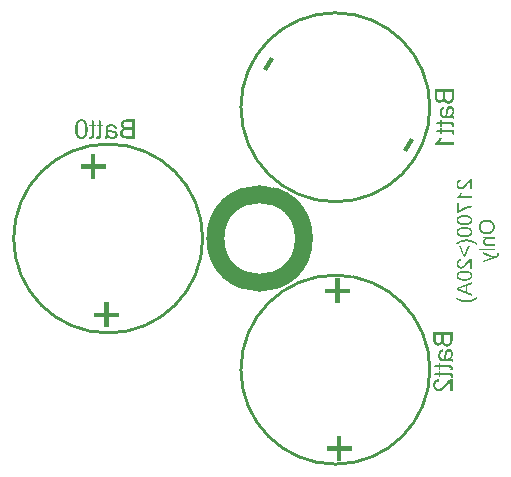
<source format=gbr>
G04 Layer_Color=32896*
%FSLAX25Y25*%
%MOIN*%
%TF.FileFunction,Legend,Bot*%
%TF.Part,Single*%
G01*
G75*
%ADD26C,0.01000*%
%ADD68C,0.05906*%
G36*
X157000Y102610D02*
X156395D01*
Y105125D01*
X156330Y105085D01*
X156270Y105040D01*
X156215Y104995D01*
X156160Y104955D01*
X156120Y104915D01*
X156085Y104885D01*
X156060Y104865D01*
X156055Y104860D01*
X156020Y104825D01*
X155980Y104780D01*
X155930Y104730D01*
X155880Y104675D01*
X155775Y104555D01*
X155670Y104435D01*
X155570Y104315D01*
X155525Y104265D01*
X155485Y104220D01*
X155455Y104185D01*
X155430Y104155D01*
X155415Y104135D01*
X155410Y104130D01*
X155305Y104010D01*
X155210Y103895D01*
X155115Y103790D01*
X155030Y103695D01*
X154950Y103605D01*
X154875Y103530D01*
X154805Y103455D01*
X154745Y103395D01*
X154690Y103340D01*
X154645Y103290D01*
X154605Y103255D01*
X154570Y103220D01*
X154545Y103195D01*
X154525Y103180D01*
X154515Y103170D01*
X154510Y103165D01*
X154390Y103060D01*
X154275Y102975D01*
X154165Y102900D01*
X154075Y102845D01*
X153995Y102800D01*
X153965Y102785D01*
X153935Y102770D01*
X153915Y102760D01*
X153900Y102750D01*
X153890Y102745D01*
X153885D01*
X153775Y102700D01*
X153665Y102670D01*
X153560Y102645D01*
X153470Y102630D01*
X153390Y102620D01*
X153360D01*
X153330Y102615D01*
X153280D01*
X153170Y102620D01*
X153065Y102635D01*
X152960Y102655D01*
X152865Y102680D01*
X152775Y102715D01*
X152695Y102750D01*
X152615Y102790D01*
X152545Y102830D01*
X152480Y102870D01*
X152425Y102910D01*
X152380Y102945D01*
X152340Y102980D01*
X152305Y103005D01*
X152285Y103025D01*
X152270Y103040D01*
X152265Y103045D01*
X152195Y103130D01*
X152130Y103220D01*
X152075Y103310D01*
X152030Y103410D01*
X151990Y103505D01*
X151955Y103605D01*
X151930Y103700D01*
X151905Y103790D01*
X151890Y103880D01*
X151875Y103960D01*
X151865Y104030D01*
X151860Y104090D01*
Y104145D01*
X151855Y104180D01*
Y104205D01*
Y104215D01*
X151860Y104350D01*
X151870Y104475D01*
X151890Y104595D01*
X151915Y104705D01*
X151945Y104810D01*
X151975Y104905D01*
X152010Y104990D01*
X152045Y105070D01*
X152080Y105140D01*
X152115Y105205D01*
X152145Y105255D01*
X152175Y105300D01*
X152200Y105335D01*
X152220Y105360D01*
X152230Y105375D01*
X152235Y105380D01*
X152310Y105455D01*
X152390Y105525D01*
X152475Y105585D01*
X152565Y105640D01*
X152660Y105685D01*
X152750Y105725D01*
X152840Y105760D01*
X152925Y105790D01*
X153010Y105810D01*
X153085Y105830D01*
X153155Y105845D01*
X153215Y105860D01*
X153265Y105865D01*
X153305Y105870D01*
X153325Y105875D01*
X153335D01*
X153400Y105230D01*
X153310Y105225D01*
X153230Y105220D01*
X153150Y105205D01*
X153080Y105190D01*
X153015Y105165D01*
X152950Y105145D01*
X152895Y105120D01*
X152845Y105095D01*
X152800Y105070D01*
X152760Y105045D01*
X152725Y105020D01*
X152700Y105000D01*
X152680Y104985D01*
X152660Y104970D01*
X152655Y104965D01*
X152650Y104960D01*
X152600Y104905D01*
X152560Y104850D01*
X152520Y104790D01*
X152490Y104730D01*
X152440Y104610D01*
X152410Y104490D01*
X152400Y104440D01*
X152390Y104390D01*
X152385Y104345D01*
X152380Y104305D01*
X152375Y104275D01*
Y104250D01*
Y104235D01*
Y104230D01*
X152380Y104150D01*
X152385Y104075D01*
X152415Y103940D01*
X152455Y103820D01*
X152480Y103765D01*
X152505Y103720D01*
X152530Y103675D01*
X152555Y103640D01*
X152575Y103605D01*
X152595Y103580D01*
X152610Y103560D01*
X152625Y103540D01*
X152630Y103535D01*
X152635Y103530D01*
X152685Y103480D01*
X152735Y103440D01*
X152790Y103405D01*
X152840Y103375D01*
X152945Y103325D01*
X153045Y103295D01*
X153135Y103275D01*
X153170Y103270D01*
X153200Y103265D01*
X153230Y103260D01*
X153265D01*
X153330Y103265D01*
X153400Y103275D01*
X153465Y103290D01*
X153535Y103305D01*
X153660Y103355D01*
X153775Y103410D01*
X153825Y103440D01*
X153875Y103465D01*
X153915Y103490D01*
X153950Y103515D01*
X153980Y103530D01*
X154000Y103545D01*
X154015Y103555D01*
X154020Y103560D01*
X154100Y103620D01*
X154180Y103695D01*
X154270Y103775D01*
X154360Y103860D01*
X154540Y104045D01*
X154715Y104235D01*
X154795Y104325D01*
X154870Y104410D01*
X154940Y104485D01*
X154995Y104555D01*
X155045Y104610D01*
X155080Y104655D01*
X155100Y104680D01*
X155110Y104690D01*
X155190Y104785D01*
X155270Y104880D01*
X155345Y104965D01*
X155415Y105045D01*
X155485Y105115D01*
X155550Y105185D01*
X155610Y105245D01*
X155660Y105300D01*
X155710Y105350D01*
X155755Y105390D01*
X155795Y105425D01*
X155825Y105455D01*
X155850Y105480D01*
X155870Y105495D01*
X155880Y105505D01*
X155885Y105510D01*
X156010Y105610D01*
X156130Y105695D01*
X156245Y105765D01*
X156350Y105825D01*
X156440Y105870D01*
X156475Y105885D01*
X156505Y105900D01*
X156530Y105910D01*
X156550Y105920D01*
X156560Y105925D01*
X156565D01*
X156645Y105950D01*
X156720Y105970D01*
X156795Y105980D01*
X156860Y105990D01*
X156920Y105995D01*
X157000D01*
Y102610D01*
D02*
G37*
G36*
X150500Y35238D02*
X149744D01*
Y38381D01*
X149662Y38331D01*
X149588Y38275D01*
X149519Y38219D01*
X149450Y38169D01*
X149400Y38119D01*
X149356Y38081D01*
X149325Y38056D01*
X149319Y38050D01*
X149275Y38006D01*
X149225Y37950D01*
X149162Y37887D01*
X149100Y37819D01*
X148969Y37669D01*
X148837Y37519D01*
X148713Y37369D01*
X148656Y37306D01*
X148606Y37250D01*
X148569Y37206D01*
X148538Y37169D01*
X148519Y37144D01*
X148512Y37137D01*
X148381Y36988D01*
X148263Y36844D01*
X148144Y36713D01*
X148038Y36594D01*
X147938Y36481D01*
X147844Y36388D01*
X147756Y36294D01*
X147681Y36219D01*
X147613Y36150D01*
X147556Y36088D01*
X147506Y36044D01*
X147462Y36000D01*
X147431Y35969D01*
X147406Y35950D01*
X147394Y35938D01*
X147388Y35931D01*
X147238Y35800D01*
X147094Y35694D01*
X146956Y35600D01*
X146844Y35531D01*
X146744Y35475D01*
X146706Y35456D01*
X146669Y35438D01*
X146644Y35425D01*
X146625Y35412D01*
X146613Y35406D01*
X146606D01*
X146469Y35350D01*
X146331Y35313D01*
X146200Y35281D01*
X146088Y35263D01*
X145987Y35250D01*
X145950D01*
X145913Y35244D01*
X145850D01*
X145712Y35250D01*
X145581Y35269D01*
X145450Y35294D01*
X145331Y35325D01*
X145219Y35369D01*
X145119Y35412D01*
X145019Y35462D01*
X144931Y35513D01*
X144850Y35563D01*
X144781Y35612D01*
X144725Y35656D01*
X144675Y35700D01*
X144631Y35731D01*
X144606Y35756D01*
X144588Y35775D01*
X144581Y35781D01*
X144494Y35888D01*
X144413Y36000D01*
X144344Y36112D01*
X144288Y36237D01*
X144237Y36356D01*
X144194Y36481D01*
X144162Y36600D01*
X144131Y36713D01*
X144113Y36825D01*
X144094Y36925D01*
X144081Y37012D01*
X144075Y37088D01*
Y37156D01*
X144069Y37200D01*
Y37231D01*
Y37244D01*
X144075Y37413D01*
X144088Y37569D01*
X144113Y37719D01*
X144144Y37856D01*
X144181Y37988D01*
X144219Y38106D01*
X144263Y38212D01*
X144306Y38313D01*
X144350Y38400D01*
X144394Y38481D01*
X144431Y38544D01*
X144469Y38600D01*
X144500Y38644D01*
X144525Y38675D01*
X144537Y38694D01*
X144544Y38700D01*
X144638Y38794D01*
X144738Y38881D01*
X144844Y38956D01*
X144956Y39025D01*
X145075Y39081D01*
X145187Y39131D01*
X145300Y39175D01*
X145406Y39213D01*
X145512Y39237D01*
X145606Y39263D01*
X145694Y39281D01*
X145769Y39300D01*
X145831Y39306D01*
X145881Y39312D01*
X145906Y39319D01*
X145919D01*
X146000Y38513D01*
X145887Y38506D01*
X145788Y38500D01*
X145687Y38481D01*
X145600Y38462D01*
X145519Y38431D01*
X145438Y38406D01*
X145369Y38375D01*
X145306Y38344D01*
X145250Y38313D01*
X145200Y38281D01*
X145156Y38250D01*
X145125Y38225D01*
X145100Y38206D01*
X145075Y38188D01*
X145069Y38181D01*
X145062Y38175D01*
X145000Y38106D01*
X144950Y38037D01*
X144900Y37962D01*
X144862Y37887D01*
X144800Y37738D01*
X144763Y37587D01*
X144750Y37525D01*
X144738Y37462D01*
X144731Y37406D01*
X144725Y37356D01*
X144719Y37319D01*
Y37288D01*
Y37269D01*
Y37262D01*
X144725Y37163D01*
X144731Y37069D01*
X144769Y36900D01*
X144819Y36750D01*
X144850Y36681D01*
X144881Y36625D01*
X144913Y36569D01*
X144944Y36525D01*
X144969Y36481D01*
X144994Y36450D01*
X145012Y36425D01*
X145031Y36400D01*
X145037Y36394D01*
X145044Y36388D01*
X145106Y36325D01*
X145169Y36275D01*
X145238Y36231D01*
X145300Y36194D01*
X145431Y36131D01*
X145556Y36094D01*
X145669Y36069D01*
X145712Y36062D01*
X145750Y36056D01*
X145788Y36050D01*
X145831D01*
X145913Y36056D01*
X146000Y36069D01*
X146081Y36088D01*
X146169Y36106D01*
X146325Y36169D01*
X146469Y36237D01*
X146531Y36275D01*
X146594Y36306D01*
X146644Y36338D01*
X146687Y36369D01*
X146725Y36388D01*
X146750Y36406D01*
X146769Y36419D01*
X146775Y36425D01*
X146875Y36500D01*
X146975Y36594D01*
X147088Y36694D01*
X147200Y36800D01*
X147425Y37031D01*
X147644Y37269D01*
X147744Y37381D01*
X147837Y37488D01*
X147925Y37581D01*
X147994Y37669D01*
X148056Y37738D01*
X148100Y37794D01*
X148125Y37825D01*
X148137Y37837D01*
X148238Y37956D01*
X148337Y38075D01*
X148431Y38181D01*
X148519Y38281D01*
X148606Y38369D01*
X148688Y38456D01*
X148763Y38531D01*
X148825Y38600D01*
X148888Y38662D01*
X148944Y38712D01*
X148994Y38756D01*
X149031Y38794D01*
X149063Y38825D01*
X149088Y38844D01*
X149100Y38856D01*
X149106Y38862D01*
X149262Y38987D01*
X149413Y39094D01*
X149556Y39181D01*
X149688Y39256D01*
X149800Y39312D01*
X149844Y39331D01*
X149881Y39350D01*
X149913Y39362D01*
X149937Y39375D01*
X149950Y39381D01*
X149956D01*
X150056Y39413D01*
X150150Y39437D01*
X150244Y39450D01*
X150325Y39463D01*
X150400Y39469D01*
X150500D01*
Y35238D01*
D02*
G37*
G36*
X153705Y101340D02*
X153655Y101225D01*
X153600Y101115D01*
X153550Y101015D01*
X153505Y100925D01*
X153485Y100890D01*
X153465Y100855D01*
X153450Y100830D01*
X153440Y100810D01*
X153430Y100800D01*
Y100795D01*
X153350Y100665D01*
X153270Y100545D01*
X153195Y100440D01*
X153130Y100355D01*
X153075Y100285D01*
X153030Y100235D01*
X153015Y100220D01*
X153005Y100205D01*
X152995Y100200D01*
Y100195D01*
X157000D01*
Y99565D01*
X151855D01*
Y99975D01*
X151920Y100005D01*
X151980Y100045D01*
X152105Y100130D01*
X152220Y100220D01*
X152325Y100310D01*
X152370Y100355D01*
X152415Y100395D01*
X152450Y100435D01*
X152485Y100465D01*
X152510Y100490D01*
X152530Y100515D01*
X152540Y100525D01*
X152545Y100530D01*
X152670Y100685D01*
X152785Y100840D01*
X152890Y100995D01*
X152975Y101140D01*
X153015Y101205D01*
X153045Y101265D01*
X153075Y101315D01*
X153100Y101360D01*
X153120Y101400D01*
X153135Y101425D01*
X153140Y101445D01*
X153145Y101450D01*
X153750D01*
X153705Y101340D01*
D02*
G37*
G36*
X154735Y93970D02*
X154980Y93955D01*
X155200Y93930D01*
X155410Y93895D01*
X155595Y93860D01*
X155765Y93815D01*
X155920Y93770D01*
X156055Y93720D01*
X156175Y93675D01*
X156280Y93630D01*
X156365Y93585D01*
X156435Y93550D01*
X156490Y93515D01*
X156530Y93490D01*
X156550Y93475D01*
X156560Y93470D01*
X156650Y93390D01*
X156735Y93300D01*
X156805Y93205D01*
X156865Y93110D01*
X156915Y93015D01*
X156955Y92915D01*
X156990Y92820D01*
X157020Y92730D01*
X157040Y92645D01*
X157055Y92565D01*
X157070Y92490D01*
X157075Y92430D01*
X157080Y92375D01*
X157085Y92340D01*
Y92315D01*
Y92305D01*
X157080Y92200D01*
X157070Y92105D01*
X157055Y92010D01*
X157040Y91925D01*
X157015Y91840D01*
X156990Y91765D01*
X156965Y91695D01*
X156935Y91630D01*
X156905Y91575D01*
X156880Y91525D01*
X156855Y91480D01*
X156830Y91445D01*
X156815Y91415D01*
X156800Y91395D01*
X156790Y91385D01*
X156785Y91380D01*
X156725Y91315D01*
X156660Y91250D01*
X156525Y91135D01*
X156380Y91040D01*
X156245Y90965D01*
X156180Y90930D01*
X156120Y90905D01*
X156070Y90880D01*
X156020Y90860D01*
X155985Y90845D01*
X155955Y90835D01*
X155935Y90825D01*
X155930D01*
X155820Y90790D01*
X155710Y90760D01*
X155470Y90715D01*
X155225Y90680D01*
X155110Y90670D01*
X154995Y90660D01*
X154885Y90650D01*
X154790Y90645D01*
X154700Y90640D01*
X154625D01*
X154560Y90635D01*
X154335D01*
X154205Y90640D01*
X154080Y90645D01*
X153965Y90655D01*
X153855Y90665D01*
X153760Y90675D01*
X153665Y90685D01*
X153585Y90695D01*
X153510Y90705D01*
X153445Y90715D01*
X153390Y90725D01*
X153345Y90735D01*
X153310Y90745D01*
X153285Y90750D01*
X153270Y90755D01*
X153265D01*
X153105Y90800D01*
X152955Y90855D01*
X152825Y90905D01*
X152770Y90930D01*
X152715Y90955D01*
X152670Y90980D01*
X152625Y91000D01*
X152590Y91020D01*
X152560Y91035D01*
X152535Y91050D01*
X152520Y91060D01*
X152510Y91070D01*
X152505D01*
X152395Y91150D01*
X152295Y91235D01*
X152215Y91320D01*
X152145Y91400D01*
X152095Y91475D01*
X152055Y91530D01*
X152040Y91555D01*
X152035Y91570D01*
X152025Y91580D01*
Y91585D01*
X151970Y91705D01*
X151925Y91830D01*
X151895Y91950D01*
X151875Y92060D01*
X151870Y92110D01*
X151865Y92160D01*
X151860Y92200D01*
X151855Y92235D01*
Y92265D01*
Y92285D01*
Y92300D01*
Y92305D01*
X151860Y92410D01*
X151870Y92505D01*
X151885Y92600D01*
X151900Y92685D01*
X151925Y92770D01*
X151950Y92845D01*
X151975Y92915D01*
X152005Y92980D01*
X152035Y93035D01*
X152060Y93090D01*
X152085Y93130D01*
X152110Y93170D01*
X152125Y93195D01*
X152140Y93220D01*
X152150Y93230D01*
X152155Y93235D01*
X152215Y93300D01*
X152280Y93365D01*
X152415Y93480D01*
X152555Y93575D01*
X152695Y93650D01*
X152760Y93685D01*
X152820Y93710D01*
X152870Y93735D01*
X152920Y93755D01*
X152955Y93770D01*
X152985Y93780D01*
X153005Y93790D01*
X153010D01*
X153120Y93820D01*
X153230Y93850D01*
X153475Y93895D01*
X153715Y93930D01*
X153835Y93940D01*
X153950Y93950D01*
X154060Y93960D01*
X154160Y93965D01*
X154245Y93970D01*
X154325D01*
X154385Y93975D01*
X154475D01*
X154735Y93970D01*
D02*
G37*
G36*
X152545Y95405D02*
X152650Y95495D01*
X152760Y95580D01*
X152985Y95750D01*
X153210Y95900D01*
X153320Y95970D01*
X153425Y96035D01*
X153520Y96095D01*
X153610Y96150D01*
X153690Y96195D01*
X153755Y96235D01*
X153815Y96265D01*
X153855Y96290D01*
X153880Y96305D01*
X153890Y96310D01*
X154190Y96460D01*
X154485Y96590D01*
X154625Y96650D01*
X154765Y96700D01*
X154895Y96750D01*
X155015Y96795D01*
X155130Y96835D01*
X155230Y96865D01*
X155320Y96895D01*
X155400Y96920D01*
X155460Y96935D01*
X155505Y96950D01*
X155535Y96955D01*
X155540Y96960D01*
X155545D01*
X155700Y97000D01*
X155855Y97035D01*
X155995Y97065D01*
X156135Y97090D01*
X156260Y97115D01*
X156380Y97135D01*
X156490Y97150D01*
X156595Y97160D01*
X156685Y97170D01*
X156765Y97180D01*
X156835Y97185D01*
X156895Y97190D01*
X156940D01*
X156970Y97195D01*
X157000D01*
Y96550D01*
X156720Y96525D01*
X156585Y96510D01*
X156460Y96490D01*
X156335Y96470D01*
X156220Y96450D01*
X156110Y96430D01*
X156010Y96410D01*
X155920Y96390D01*
X155840Y96375D01*
X155765Y96355D01*
X155705Y96340D01*
X155660Y96330D01*
X155625Y96320D01*
X155600Y96310D01*
X155595D01*
X155425Y96260D01*
X155255Y96205D01*
X155090Y96145D01*
X154930Y96085D01*
X154780Y96025D01*
X154630Y95960D01*
X154495Y95900D01*
X154365Y95840D01*
X154245Y95785D01*
X154140Y95735D01*
X154045Y95690D01*
X153970Y95650D01*
X153905Y95615D01*
X153860Y95590D01*
X153830Y95575D01*
X153820Y95570D01*
X153660Y95480D01*
X153510Y95390D01*
X153370Y95300D01*
X153240Y95215D01*
X153115Y95130D01*
X153000Y95050D01*
X152895Y94970D01*
X152800Y94900D01*
X152715Y94835D01*
X152640Y94775D01*
X152580Y94725D01*
X152525Y94680D01*
X152485Y94645D01*
X152455Y94615D01*
X152435Y94600D01*
X152430Y94595D01*
X151940D01*
Y97910D01*
X152545D01*
Y95405D01*
D02*
G37*
G36*
X150500Y52562D02*
X150494Y52344D01*
X150481Y52144D01*
X150475Y52050D01*
X150469Y51969D01*
X150456Y51888D01*
X150444Y51819D01*
X150437Y51750D01*
X150425Y51694D01*
X150419Y51644D01*
X150412Y51606D01*
X150406Y51575D01*
X150400Y51550D01*
X150394Y51538D01*
Y51531D01*
X150350Y51381D01*
X150300Y51244D01*
X150250Y51119D01*
X150200Y51019D01*
X150150Y50937D01*
X150112Y50875D01*
X150087Y50837D01*
X150081Y50825D01*
X149994Y50725D01*
X149900Y50631D01*
X149800Y50550D01*
X149706Y50488D01*
X149619Y50431D01*
X149550Y50388D01*
X149525Y50375D01*
X149506Y50362D01*
X149494Y50356D01*
X149487D01*
X149337Y50294D01*
X149194Y50244D01*
X149050Y50213D01*
X148925Y50187D01*
X148812Y50175D01*
X148769Y50169D01*
X148725Y50163D01*
X148650D01*
X148544Y50169D01*
X148444Y50175D01*
X148263Y50213D01*
X148094Y50262D01*
X148025Y50294D01*
X147956Y50319D01*
X147894Y50350D01*
X147837Y50381D01*
X147794Y50406D01*
X147756Y50431D01*
X147725Y50450D01*
X147700Y50469D01*
X147687Y50475D01*
X147681Y50481D01*
X147606Y50544D01*
X147538Y50606D01*
X147413Y50750D01*
X147312Y50900D01*
X147231Y51044D01*
X147169Y51175D01*
X147144Y51231D01*
X147125Y51281D01*
X147113Y51319D01*
X147100Y51350D01*
X147094Y51369D01*
Y51375D01*
X147006Y51219D01*
X146913Y51081D01*
X146812Y50963D01*
X146719Y50869D01*
X146637Y50794D01*
X146575Y50744D01*
X146550Y50725D01*
X146531Y50713D01*
X146519Y50700D01*
X146512D01*
X146375Y50625D01*
X146238Y50569D01*
X146106Y50531D01*
X145987Y50500D01*
X145887Y50488D01*
X145844Y50481D01*
X145806D01*
X145775Y50475D01*
X145738D01*
X145575Y50488D01*
X145419Y50512D01*
X145275Y50556D01*
X145150Y50600D01*
X145044Y50650D01*
X145000Y50669D01*
X144963Y50694D01*
X144931Y50706D01*
X144913Y50719D01*
X144900Y50731D01*
X144894D01*
X144750Y50831D01*
X144631Y50944D01*
X144525Y51063D01*
X144444Y51169D01*
X144375Y51269D01*
X144350Y51313D01*
X144331Y51350D01*
X144313Y51381D01*
X144300Y51406D01*
X144294Y51419D01*
Y51425D01*
X144256Y51512D01*
X144225Y51600D01*
X144175Y51794D01*
X144144Y51994D01*
X144119Y52181D01*
X144113Y52263D01*
X144106Y52344D01*
X144100Y52419D01*
X144094Y52481D01*
Y52531D01*
Y52569D01*
Y52594D01*
Y52600D01*
Y55000D01*
X150500D01*
Y52562D01*
D02*
G37*
G36*
X146881Y119625D02*
X146819Y119481D01*
X146750Y119344D01*
X146687Y119219D01*
X146631Y119106D01*
X146606Y119062D01*
X146581Y119019D01*
X146563Y118988D01*
X146550Y118963D01*
X146537Y118950D01*
Y118944D01*
X146438Y118781D01*
X146337Y118631D01*
X146244Y118500D01*
X146162Y118394D01*
X146094Y118306D01*
X146037Y118244D01*
X146019Y118225D01*
X146006Y118206D01*
X145994Y118200D01*
Y118194D01*
X151000D01*
Y117406D01*
X144569D01*
Y117919D01*
X144650Y117956D01*
X144725Y118006D01*
X144881Y118113D01*
X145025Y118225D01*
X145156Y118338D01*
X145212Y118394D01*
X145269Y118444D01*
X145312Y118494D01*
X145356Y118531D01*
X145387Y118562D01*
X145413Y118594D01*
X145425Y118606D01*
X145431Y118613D01*
X145588Y118806D01*
X145731Y119000D01*
X145862Y119194D01*
X145969Y119375D01*
X146019Y119456D01*
X146056Y119531D01*
X146094Y119594D01*
X146125Y119650D01*
X146150Y119700D01*
X146169Y119731D01*
X146175Y119756D01*
X146181Y119763D01*
X146938D01*
X146881Y119625D01*
D02*
G37*
G36*
X149388Y49356D02*
X149487Y49344D01*
X149588Y49325D01*
X149675Y49300D01*
X149762Y49269D01*
X149838Y49231D01*
X149913Y49200D01*
X149975Y49156D01*
X150038Y49119D01*
X150087Y49088D01*
X150131Y49050D01*
X150169Y49019D01*
X150200Y48994D01*
X150219Y48975D01*
X150231Y48963D01*
X150238Y48956D01*
X150300Y48875D01*
X150356Y48788D01*
X150406Y48694D01*
X150450Y48600D01*
X150487Y48500D01*
X150519Y48400D01*
X150563Y48213D01*
X150575Y48125D01*
X150587Y48044D01*
X150594Y47969D01*
X150600Y47906D01*
X150606Y47856D01*
Y47813D01*
Y47787D01*
Y47781D01*
X150600Y47613D01*
X150581Y47450D01*
X150556Y47306D01*
X150531Y47175D01*
X150519Y47119D01*
X150506Y47069D01*
X150494Y47025D01*
X150481Y46988D01*
X150469Y46956D01*
X150462Y46938D01*
X150456Y46925D01*
Y46919D01*
X150388Y46769D01*
X150306Y46613D01*
X150219Y46475D01*
X150131Y46344D01*
X150050Y46237D01*
X150019Y46187D01*
X149987Y46150D01*
X149962Y46119D01*
X149944Y46094D01*
X149931Y46081D01*
X149925Y46075D01*
X150044Y46056D01*
X150156Y46038D01*
X150250Y46012D01*
X150338Y45981D01*
X150406Y45956D01*
X150456Y45931D01*
X150487Y45919D01*
X150500Y45913D01*
Y45094D01*
X150400Y45144D01*
X150300Y45188D01*
X150213Y45225D01*
X150125Y45250D01*
X150056Y45269D01*
X150000Y45281D01*
X149962Y45294D01*
X149950D01*
X149888Y45300D01*
X149806Y45312D01*
X149713Y45319D01*
X149606Y45325D01*
X149494D01*
X149381Y45331D01*
X149144Y45338D01*
X149025D01*
X148919Y45344D01*
X147325D01*
X147244Y45350D01*
X147169D01*
X147106Y45356D01*
X147044D01*
X146994Y45362D01*
X146944D01*
X146875Y45375D01*
X146819Y45381D01*
X146794Y45388D01*
X146781D01*
X146662Y45419D01*
X146563Y45456D01*
X146469Y45494D01*
X146388Y45537D01*
X146325Y45575D01*
X146281Y45600D01*
X146256Y45625D01*
X146244Y45631D01*
X146169Y45706D01*
X146100Y45788D01*
X146037Y45881D01*
X145987Y45969D01*
X145950Y46050D01*
X145919Y46112D01*
X145906Y46137D01*
X145900Y46156D01*
X145894Y46169D01*
Y46175D01*
X145844Y46325D01*
X145812Y46481D01*
X145788Y46644D01*
X145769Y46794D01*
X145763Y46863D01*
X145756Y46931D01*
Y46988D01*
X145750Y47038D01*
Y47081D01*
Y47113D01*
Y47131D01*
Y47137D01*
X145756Y47356D01*
X145775Y47556D01*
X145806Y47738D01*
X145819Y47819D01*
X145831Y47888D01*
X145850Y47956D01*
X145862Y48019D01*
X145881Y48069D01*
X145894Y48112D01*
X145900Y48150D01*
X145913Y48175D01*
X145919Y48188D01*
Y48194D01*
X145987Y48350D01*
X146063Y48494D01*
X146137Y48612D01*
X146212Y48706D01*
X146281Y48788D01*
X146337Y48844D01*
X146375Y48875D01*
X146381Y48888D01*
X146388D01*
X146506Y48969D01*
X146637Y49038D01*
X146769Y49100D01*
X146894Y49144D01*
X147006Y49181D01*
X147056Y49194D01*
X147100Y49206D01*
X147131Y49213D01*
X147156Y49219D01*
X147175Y49225D01*
X147181D01*
X147287Y48456D01*
X147200Y48431D01*
X147119Y48406D01*
X147037Y48375D01*
X146969Y48344D01*
X146906Y48313D01*
X146850Y48281D01*
X146756Y48213D01*
X146687Y48156D01*
X146637Y48112D01*
X146606Y48081D01*
X146600Y48069D01*
X146563Y48019D01*
X146531Y47956D01*
X146481Y47831D01*
X146450Y47694D01*
X146425Y47563D01*
X146413Y47444D01*
X146406Y47394D01*
X146400Y47344D01*
Y47306D01*
Y47281D01*
Y47262D01*
Y47256D01*
Y47150D01*
X146413Y47050D01*
X146425Y46950D01*
X146444Y46869D01*
X146463Y46788D01*
X146487Y46712D01*
X146506Y46644D01*
X146531Y46587D01*
X146556Y46531D01*
X146581Y46488D01*
X146606Y46450D01*
X146625Y46419D01*
X146644Y46394D01*
X146656Y46375D01*
X146662Y46369D01*
X146669Y46363D01*
X146706Y46325D01*
X146756Y46288D01*
X146856Y46231D01*
X146975Y46194D01*
X147081Y46163D01*
X147187Y46150D01*
X147231Y46144D01*
X147269D01*
X147306Y46137D01*
X147469D01*
X147500Y46144D01*
X147550D01*
X147581Y46231D01*
X147606Y46331D01*
X147637Y46437D01*
X147662Y46550D01*
X147706Y46781D01*
X147750Y47012D01*
X147763Y47119D01*
X147781Y47219D01*
X147794Y47313D01*
X147806Y47387D01*
X147812Y47450D01*
X147819Y47500D01*
X147825Y47531D01*
Y47544D01*
X147844Y47706D01*
X147869Y47850D01*
X147888Y47969D01*
X147906Y48069D01*
X147919Y48144D01*
X147931Y48200D01*
X147944Y48231D01*
Y48244D01*
X147981Y48356D01*
X148019Y48463D01*
X148063Y48556D01*
X148106Y48644D01*
X148144Y48713D01*
X148175Y48763D01*
X148194Y48794D01*
X148200Y48806D01*
X148269Y48894D01*
X148344Y48975D01*
X148419Y49044D01*
X148494Y49100D01*
X148556Y49150D01*
X148606Y49181D01*
X148644Y49206D01*
X148650Y49213D01*
X148656D01*
X148763Y49262D01*
X148875Y49300D01*
X148975Y49325D01*
X149075Y49344D01*
X149156Y49356D01*
X149225Y49362D01*
X149281D01*
X149388Y49356D01*
D02*
G37*
G36*
X146469Y41494D02*
X149269D01*
X149388Y41488D01*
X149494D01*
X149588Y41481D01*
X149675Y41469D01*
X149750Y41462D01*
X149812Y41456D01*
X149875Y41444D01*
X149925Y41438D01*
X149969Y41431D01*
X150000Y41419D01*
X150031Y41412D01*
X150050Y41406D01*
X150063D01*
X150075Y41400D01*
X150150Y41356D01*
X150225Y41306D01*
X150281Y41256D01*
X150338Y41200D01*
X150375Y41150D01*
X150406Y41106D01*
X150425Y41081D01*
X150431Y41069D01*
X150475Y40975D01*
X150506Y40863D01*
X150531Y40756D01*
X150544Y40650D01*
X150556Y40550D01*
Y40512D01*
X150563Y40475D01*
Y40444D01*
Y40425D01*
Y40413D01*
Y40406D01*
X150556Y40306D01*
X150550Y40200D01*
X150538Y40100D01*
X150525Y40006D01*
X150513Y39925D01*
X150506Y39862D01*
X150500Y39838D01*
X150494Y39819D01*
Y39812D01*
Y39806D01*
X149800Y39919D01*
X149812Y39994D01*
X149819Y40062D01*
X149825Y40125D01*
Y40175D01*
X149831Y40213D01*
Y40238D01*
Y40256D01*
Y40262D01*
Y40325D01*
X149825Y40375D01*
X149812Y40425D01*
X149800Y40462D01*
X149794Y40494D01*
X149781Y40512D01*
X149775Y40525D01*
Y40531D01*
X149725Y40594D01*
X149681Y40637D01*
X149637Y40663D01*
X149631Y40669D01*
X149625D01*
X149575Y40681D01*
X149513Y40688D01*
X149444Y40700D01*
X149369D01*
X149306Y40706D01*
X146469D01*
Y39919D01*
X145856D01*
Y40706D01*
X144237D01*
X144712Y41494D01*
X145856D01*
Y42075D01*
X146469D01*
Y41494D01*
D02*
G37*
G36*
Y43981D02*
X149269D01*
X149388Y43975D01*
X149494D01*
X149588Y43969D01*
X149675Y43956D01*
X149750Y43950D01*
X149812Y43944D01*
X149875Y43931D01*
X149925Y43925D01*
X149969Y43919D01*
X150000Y43906D01*
X150031Y43900D01*
X150050Y43894D01*
X150063D01*
X150075Y43887D01*
X150150Y43844D01*
X150225Y43794D01*
X150281Y43744D01*
X150338Y43687D01*
X150375Y43637D01*
X150406Y43594D01*
X150425Y43569D01*
X150431Y43556D01*
X150475Y43462D01*
X150506Y43350D01*
X150531Y43244D01*
X150544Y43137D01*
X150556Y43038D01*
Y43000D01*
X150563Y42963D01*
Y42931D01*
Y42913D01*
Y42900D01*
Y42894D01*
X150556Y42794D01*
X150550Y42687D01*
X150538Y42588D01*
X150525Y42494D01*
X150513Y42412D01*
X150506Y42350D01*
X150500Y42325D01*
X150494Y42306D01*
Y42300D01*
Y42294D01*
X149800Y42406D01*
X149812Y42481D01*
X149819Y42550D01*
X149825Y42612D01*
Y42663D01*
X149831Y42700D01*
Y42725D01*
Y42744D01*
Y42750D01*
Y42812D01*
X149825Y42862D01*
X149812Y42913D01*
X149800Y42950D01*
X149794Y42981D01*
X149781Y43000D01*
X149775Y43012D01*
Y43019D01*
X149725Y43081D01*
X149681Y43125D01*
X149637Y43150D01*
X149631Y43156D01*
X149625D01*
X149575Y43169D01*
X149513Y43175D01*
X149444Y43187D01*
X149369D01*
X149306Y43194D01*
X146469D01*
Y42406D01*
X145856D01*
Y43194D01*
X144237D01*
X144712Y43981D01*
X145856D01*
Y44563D01*
X146469D01*
Y43981D01*
D02*
G37*
G36*
X154735Y89990D02*
X154980Y89975D01*
X155200Y89950D01*
X155410Y89915D01*
X155595Y89880D01*
X155765Y89835D01*
X155920Y89790D01*
X156055Y89740D01*
X156175Y89695D01*
X156280Y89650D01*
X156365Y89605D01*
X156435Y89570D01*
X156490Y89535D01*
X156530Y89510D01*
X156550Y89495D01*
X156560Y89490D01*
X156650Y89410D01*
X156735Y89320D01*
X156805Y89225D01*
X156865Y89130D01*
X156915Y89035D01*
X156955Y88935D01*
X156990Y88840D01*
X157020Y88750D01*
X157040Y88665D01*
X157055Y88585D01*
X157070Y88510D01*
X157075Y88450D01*
X157080Y88395D01*
X157085Y88360D01*
Y88335D01*
Y88325D01*
X157080Y88220D01*
X157070Y88125D01*
X157055Y88030D01*
X157040Y87945D01*
X157015Y87860D01*
X156990Y87785D01*
X156965Y87715D01*
X156935Y87650D01*
X156905Y87595D01*
X156880Y87545D01*
X156855Y87500D01*
X156830Y87465D01*
X156815Y87435D01*
X156800Y87415D01*
X156790Y87405D01*
X156785Y87400D01*
X156725Y87335D01*
X156660Y87270D01*
X156525Y87155D01*
X156380Y87060D01*
X156245Y86985D01*
X156180Y86950D01*
X156120Y86925D01*
X156070Y86900D01*
X156020Y86880D01*
X155985Y86865D01*
X155955Y86855D01*
X155935Y86845D01*
X155930D01*
X155820Y86810D01*
X155710Y86780D01*
X155470Y86735D01*
X155225Y86700D01*
X155110Y86690D01*
X154995Y86680D01*
X154885Y86670D01*
X154790Y86665D01*
X154700Y86660D01*
X154625D01*
X154560Y86655D01*
X154335D01*
X154205Y86660D01*
X154080Y86665D01*
X153965Y86675D01*
X153855Y86685D01*
X153760Y86695D01*
X153665Y86705D01*
X153585Y86715D01*
X153510Y86725D01*
X153445Y86735D01*
X153390Y86745D01*
X153345Y86755D01*
X153310Y86765D01*
X153285Y86770D01*
X153270Y86775D01*
X153265D01*
X153105Y86820D01*
X152955Y86875D01*
X152825Y86925D01*
X152770Y86950D01*
X152715Y86975D01*
X152670Y87000D01*
X152625Y87020D01*
X152590Y87040D01*
X152560Y87055D01*
X152535Y87070D01*
X152520Y87080D01*
X152510Y87090D01*
X152505D01*
X152395Y87170D01*
X152295Y87255D01*
X152215Y87340D01*
X152145Y87420D01*
X152095Y87495D01*
X152055Y87550D01*
X152040Y87575D01*
X152035Y87590D01*
X152025Y87600D01*
Y87605D01*
X151970Y87725D01*
X151925Y87850D01*
X151895Y87970D01*
X151875Y88080D01*
X151870Y88130D01*
X151865Y88180D01*
X151860Y88220D01*
X151855Y88255D01*
Y88285D01*
Y88305D01*
Y88320D01*
Y88325D01*
X151860Y88430D01*
X151870Y88525D01*
X151885Y88620D01*
X151900Y88705D01*
X151925Y88790D01*
X151950Y88865D01*
X151975Y88935D01*
X152005Y89000D01*
X152035Y89055D01*
X152060Y89110D01*
X152085Y89150D01*
X152110Y89190D01*
X152125Y89215D01*
X152140Y89240D01*
X152150Y89250D01*
X152155Y89255D01*
X152215Y89320D01*
X152280Y89385D01*
X152415Y89500D01*
X152555Y89595D01*
X152695Y89670D01*
X152760Y89705D01*
X152820Y89730D01*
X152870Y89755D01*
X152920Y89775D01*
X152955Y89790D01*
X152985Y89800D01*
X153005Y89810D01*
X153010D01*
X153120Y89840D01*
X153230Y89870D01*
X153475Y89915D01*
X153715Y89950D01*
X153835Y89960D01*
X153950Y89970D01*
X154060Y89980D01*
X154160Y89985D01*
X154245Y89990D01*
X154325D01*
X154385Y89995D01*
X154475D01*
X154735Y89990D01*
D02*
G37*
G36*
X162130Y92495D02*
X162255Y92485D01*
X162375Y92475D01*
X162490Y92455D01*
X162600Y92435D01*
X162705Y92410D01*
X162805Y92380D01*
X162900Y92355D01*
X162980Y92330D01*
X163060Y92300D01*
X163125Y92275D01*
X163180Y92255D01*
X163225Y92235D01*
X163260Y92220D01*
X163280Y92215D01*
X163285Y92210D01*
X163395Y92150D01*
X163500Y92090D01*
X163600Y92020D01*
X163690Y91950D01*
X163775Y91880D01*
X163855Y91805D01*
X163925Y91735D01*
X163990Y91665D01*
X164045Y91600D01*
X164095Y91540D01*
X164140Y91485D01*
X164175Y91440D01*
X164205Y91400D01*
X164225Y91370D01*
X164235Y91350D01*
X164240Y91345D01*
X164300Y91235D01*
X164355Y91125D01*
X164400Y91015D01*
X164440Y90900D01*
X164475Y90790D01*
X164500Y90685D01*
X164525Y90580D01*
X164540Y90485D01*
X164555Y90390D01*
X164565Y90310D01*
X164575Y90235D01*
X164580Y90170D01*
X164585Y90120D01*
Y90080D01*
Y90060D01*
Y90050D01*
X164580Y89925D01*
X164570Y89805D01*
X164555Y89685D01*
X164535Y89575D01*
X164510Y89465D01*
X164485Y89360D01*
X164455Y89265D01*
X164425Y89175D01*
X164400Y89095D01*
X164370Y89020D01*
X164345Y88960D01*
X164320Y88905D01*
X164300Y88860D01*
X164285Y88830D01*
X164275Y88810D01*
X164270Y88805D01*
X164205Y88700D01*
X164140Y88600D01*
X164065Y88505D01*
X163990Y88420D01*
X163915Y88340D01*
X163835Y88265D01*
X163760Y88200D01*
X163685Y88140D01*
X163615Y88085D01*
X163550Y88040D01*
X163490Y88000D01*
X163440Y87970D01*
X163400Y87945D01*
X163365Y87925D01*
X163345Y87915D01*
X163340Y87910D01*
X163225Y87855D01*
X163105Y87805D01*
X162985Y87765D01*
X162860Y87730D01*
X162745Y87695D01*
X162630Y87670D01*
X162515Y87650D01*
X162410Y87635D01*
X162315Y87620D01*
X162225Y87610D01*
X162145Y87605D01*
X162075Y87600D01*
X162020Y87595D01*
X161945D01*
X161805Y87600D01*
X161665Y87610D01*
X161535Y87625D01*
X161410Y87640D01*
X161290Y87665D01*
X161175Y87690D01*
X161070Y87715D01*
X160975Y87745D01*
X160885Y87775D01*
X160805Y87800D01*
X160740Y87825D01*
X160680Y87850D01*
X160635Y87865D01*
X160600Y87880D01*
X160580Y87890D01*
X160575Y87895D01*
X160465Y87955D01*
X160360Y88020D01*
X160260Y88085D01*
X160170Y88155D01*
X160085Y88230D01*
X160005Y88300D01*
X159935Y88375D01*
X159870Y88440D01*
X159815Y88510D01*
X159765Y88570D01*
X159720Y88625D01*
X159685Y88670D01*
X159660Y88710D01*
X159640Y88740D01*
X159630Y88760D01*
X159625Y88765D01*
X159565Y88875D01*
X159515Y88985D01*
X159465Y89095D01*
X159430Y89205D01*
X159395Y89315D01*
X159370Y89420D01*
X159345Y89520D01*
X159325Y89620D01*
X159315Y89710D01*
X159305Y89790D01*
X159295Y89865D01*
X159290Y89925D01*
X159285Y89975D01*
Y90015D01*
Y90035D01*
Y90045D01*
X159295Y90245D01*
X159315Y90430D01*
X159350Y90610D01*
X159400Y90780D01*
X159455Y90935D01*
X159515Y91080D01*
X159580Y91215D01*
X159645Y91335D01*
X159715Y91445D01*
X159780Y91540D01*
X159840Y91625D01*
X159895Y91690D01*
X159945Y91745D01*
X159980Y91785D01*
X160000Y91805D01*
X160010Y91815D01*
X160150Y91935D01*
X160300Y92040D01*
X160460Y92130D01*
X160625Y92210D01*
X160790Y92275D01*
X160955Y92335D01*
X161120Y92380D01*
X161275Y92415D01*
X161425Y92440D01*
X161565Y92465D01*
X161685Y92480D01*
X161795Y92490D01*
X161840Y92495D01*
X161920D01*
X161950Y92500D01*
X162005D01*
X162130Y92495D01*
D02*
G37*
G36*
X158505Y66125D02*
X158380Y66030D01*
X158250Y65940D01*
X157985Y65770D01*
X157855Y65695D01*
X157730Y65620D01*
X157605Y65555D01*
X157490Y65495D01*
X157380Y65440D01*
X157280Y65390D01*
X157195Y65350D01*
X157115Y65315D01*
X157055Y65285D01*
X157010Y65265D01*
X156980Y65255D01*
X156970Y65250D01*
X156805Y65185D01*
X156640Y65130D01*
X156475Y65080D01*
X156315Y65040D01*
X156155Y65005D01*
X156005Y64975D01*
X155860Y64950D01*
X155725Y64930D01*
X155605Y64915D01*
X155490Y64905D01*
X155390Y64895D01*
X155305Y64890D01*
X155240Y64885D01*
X155145D01*
X154990Y64890D01*
X154835Y64895D01*
X154690Y64910D01*
X154545Y64925D01*
X154405Y64945D01*
X154275Y64970D01*
X154150Y64995D01*
X154035Y65020D01*
X153930Y65045D01*
X153835Y65070D01*
X153750Y65090D01*
X153680Y65115D01*
X153625Y65130D01*
X153585Y65145D01*
X153560Y65150D01*
X153550Y65155D01*
X153385Y65220D01*
X153220Y65285D01*
X153060Y65360D01*
X152900Y65440D01*
X152750Y65520D01*
X152600Y65600D01*
X152465Y65680D01*
X152335Y65760D01*
X152215Y65830D01*
X152110Y65900D01*
X152015Y65965D01*
X151935Y66020D01*
X151870Y66060D01*
X151825Y66095D01*
X151795Y66115D01*
X151785Y66125D01*
Y66575D01*
X151920Y66500D01*
X152040Y66430D01*
X152155Y66365D01*
X152260Y66310D01*
X152355Y66255D01*
X152440Y66210D01*
X152515Y66170D01*
X152585Y66135D01*
X152645Y66105D01*
X152695Y66080D01*
X152740Y66060D01*
X152775Y66045D01*
X152800Y66030D01*
X152820Y66020D01*
X152830Y66015D01*
X152835D01*
X153015Y65940D01*
X153195Y65875D01*
X153370Y65815D01*
X153445Y65790D01*
X153520Y65770D01*
X153590Y65750D01*
X153655Y65735D01*
X153710Y65720D01*
X153755Y65705D01*
X153795Y65695D01*
X153820Y65690D01*
X153840Y65685D01*
X153845D01*
X154085Y65635D01*
X154320Y65595D01*
X154430Y65580D01*
X154540Y65570D01*
X154640Y65555D01*
X154735Y65550D01*
X154825Y65545D01*
X154905Y65540D01*
X154975Y65535D01*
X155030Y65530D01*
X155145D01*
X155305Y65535D01*
X155460Y65540D01*
X155615Y65555D01*
X155775Y65575D01*
X156080Y65625D01*
X156380Y65695D01*
X156670Y65770D01*
X156950Y65860D01*
X157210Y65955D01*
X157455Y66050D01*
X157570Y66100D01*
X157680Y66150D01*
X157785Y66200D01*
X157885Y66245D01*
X157980Y66290D01*
X158065Y66330D01*
X158145Y66375D01*
X158215Y66410D01*
X158280Y66445D01*
X158340Y66480D01*
X158390Y66505D01*
X158430Y66530D01*
X158460Y66550D01*
X158485Y66565D01*
X158500Y66570D01*
X158505Y66575D01*
Y66125D01*
D02*
G37*
G36*
X164500Y86175D02*
X162470D01*
X162340Y86170D01*
X162225Y86160D01*
X162115Y86150D01*
X162020Y86130D01*
X161930Y86110D01*
X161850Y86085D01*
X161780Y86055D01*
X161720Y86030D01*
X161670Y86005D01*
X161625Y85975D01*
X161585Y85950D01*
X161555Y85930D01*
X161535Y85910D01*
X161515Y85895D01*
X161510Y85890D01*
X161505Y85885D01*
X161460Y85830D01*
X161420Y85770D01*
X161385Y85715D01*
X161355Y85655D01*
X161310Y85540D01*
X161275Y85430D01*
X161260Y85335D01*
X161255Y85295D01*
X161250Y85260D01*
X161245Y85235D01*
Y85215D01*
Y85200D01*
Y85195D01*
X161250Y85105D01*
X161265Y85020D01*
X161280Y84945D01*
X161300Y84880D01*
X161325Y84825D01*
X161340Y84790D01*
X161355Y84765D01*
X161360Y84755D01*
X161405Y84690D01*
X161455Y84635D01*
X161505Y84590D01*
X161555Y84555D01*
X161600Y84530D01*
X161635Y84510D01*
X161655Y84500D01*
X161665Y84495D01*
X161745Y84470D01*
X161835Y84450D01*
X161930Y84440D01*
X162025Y84430D01*
X162110Y84425D01*
X162145Y84420D01*
X164500D01*
Y83790D01*
X162065D01*
X162000Y83795D01*
X161940D01*
X161880Y83800D01*
X161830D01*
X161785Y83805D01*
X161745D01*
X161715Y83810D01*
X161685Y83815D01*
X161640Y83820D01*
X161615Y83825D01*
X161605D01*
X161505Y83850D01*
X161420Y83880D01*
X161340Y83915D01*
X161270Y83945D01*
X161215Y83975D01*
X161175Y84000D01*
X161150Y84020D01*
X161140Y84025D01*
X161070Y84085D01*
X161010Y84150D01*
X160955Y84220D01*
X160910Y84285D01*
X160875Y84350D01*
X160845Y84400D01*
X160835Y84420D01*
X160830Y84435D01*
X160825Y84440D01*
Y84445D01*
X160785Y84550D01*
X160755Y84660D01*
X160730Y84760D01*
X160715Y84855D01*
X160705Y84940D01*
Y84975D01*
X160700Y85005D01*
Y85025D01*
Y85045D01*
Y85055D01*
Y85060D01*
X160705Y85200D01*
X160725Y85335D01*
X160755Y85455D01*
X160795Y85570D01*
X160840Y85675D01*
X160895Y85775D01*
X160950Y85860D01*
X161005Y85940D01*
X161065Y86010D01*
X161120Y86070D01*
X161170Y86120D01*
X161220Y86165D01*
X161260Y86195D01*
X161290Y86220D01*
X161310Y86235D01*
X161315Y86240D01*
X160785D01*
Y86805D01*
X164500D01*
Y86175D01*
D02*
G37*
G36*
X164510Y80180D02*
X164575Y80205D01*
X164620Y80225D01*
X164650Y80235D01*
X164660Y80240D01*
X164725Y80265D01*
X164790Y80285D01*
X164840Y80305D01*
X164890Y80325D01*
X164935Y80340D01*
X164975Y80355D01*
X165035Y80385D01*
X165080Y80405D01*
X165110Y80420D01*
X165125Y80425D01*
X165130Y80430D01*
X165175Y80460D01*
X165215Y80495D01*
X165245Y80530D01*
X165275Y80565D01*
X165295Y80595D01*
X165310Y80620D01*
X165320Y80635D01*
X165325Y80640D01*
X165350Y80690D01*
X165370Y80745D01*
X165380Y80800D01*
X165390Y80850D01*
X165395Y80900D01*
X165400Y80935D01*
Y80960D01*
Y80970D01*
X165395Y81030D01*
X165390Y81090D01*
X165380Y81150D01*
X165370Y81210D01*
X165360Y81255D01*
X165350Y81295D01*
X165340Y81320D01*
Y81330D01*
X165930Y81260D01*
X165955Y81180D01*
X165975Y81105D01*
X165990Y81035D01*
X166000Y80975D01*
X166005Y80925D01*
X166010Y80885D01*
Y80865D01*
Y80855D01*
X166005Y80745D01*
X165985Y80650D01*
X165960Y80560D01*
X165935Y80485D01*
X165905Y80425D01*
X165885Y80380D01*
X165865Y80350D01*
X165860Y80340D01*
X165800Y80260D01*
X165730Y80185D01*
X165650Y80120D01*
X165580Y80060D01*
X165510Y80015D01*
X165455Y79980D01*
X165435Y79965D01*
X165420Y79960D01*
X165410Y79950D01*
X165405D01*
X165360Y79925D01*
X165305Y79900D01*
X165240Y79870D01*
X165175Y79840D01*
X165040Y79785D01*
X164900Y79725D01*
X164830Y79700D01*
X164770Y79675D01*
X164715Y79650D01*
X164665Y79635D01*
X164625Y79615D01*
X164590Y79605D01*
X164570Y79595D01*
X164565D01*
X160785Y78190D01*
Y78815D01*
X162955Y79610D01*
X163110Y79665D01*
X163260Y79715D01*
X163400Y79760D01*
X163530Y79800D01*
X163590Y79815D01*
X163640Y79830D01*
X163685Y79845D01*
X163725Y79855D01*
X163755Y79865D01*
X163780Y79870D01*
X163795Y79875D01*
X163800D01*
X163635Y79920D01*
X163475Y79970D01*
X163330Y80015D01*
X163265Y80035D01*
X163200Y80055D01*
X163145Y80075D01*
X163095Y80090D01*
X163050Y80105D01*
X163010Y80120D01*
X162980Y80130D01*
X162960Y80140D01*
X162945Y80145D01*
X162940D01*
X160785Y80920D01*
Y81590D01*
X164510Y80180D01*
D02*
G37*
G36*
X164500Y82205D02*
X159375D01*
Y82835D01*
X164500D01*
Y82205D01*
D02*
G37*
G36*
X154760Y80145D02*
X154170D01*
X152735Y83535D01*
X153365D01*
X154470Y80850D01*
X155580Y83535D01*
X156210D01*
X154760Y80145D01*
D02*
G37*
G36*
X155320Y85870D02*
X155495Y85860D01*
X155665Y85840D01*
X155830Y85820D01*
X155985Y85795D01*
X156140Y85765D01*
X156280Y85730D01*
X156410Y85695D01*
X156535Y85665D01*
X156640Y85630D01*
X156735Y85600D01*
X156820Y85575D01*
X156880Y85555D01*
X156930Y85535D01*
X156960Y85525D01*
X156965Y85520D01*
X156970D01*
X157130Y85450D01*
X157285Y85380D01*
X157435Y85305D01*
X157580Y85230D01*
X157715Y85155D01*
X157840Y85080D01*
X157960Y85010D01*
X158065Y84940D01*
X158165Y84880D01*
X158250Y84820D01*
X158325Y84770D01*
X158390Y84720D01*
X158440Y84685D01*
X158475Y84660D01*
X158495Y84640D01*
X158505Y84635D01*
Y84185D01*
X158350Y84280D01*
X158190Y84370D01*
X158035Y84450D01*
X157880Y84530D01*
X157725Y84600D01*
X157575Y84670D01*
X157275Y84790D01*
X156985Y84890D01*
X156705Y84975D01*
X156445Y85045D01*
X156195Y85100D01*
X156080Y85120D01*
X155970Y85140D01*
X155865Y85160D01*
X155765Y85175D01*
X155675Y85185D01*
X155585Y85200D01*
X155505Y85205D01*
X155435Y85215D01*
X155370Y85220D01*
X155310Y85225D01*
X155260D01*
X155220Y85230D01*
X155145D01*
X154900Y85225D01*
X154660Y85205D01*
X154550Y85195D01*
X154440Y85180D01*
X154340Y85170D01*
X154240Y85155D01*
X154155Y85140D01*
X154075Y85125D01*
X154005Y85115D01*
X153945Y85105D01*
X153900Y85095D01*
X153865Y85085D01*
X153840Y85080D01*
X153835D01*
X153640Y85030D01*
X153455Y84975D01*
X153285Y84920D01*
X153205Y84895D01*
X153135Y84865D01*
X153065Y84840D01*
X153005Y84820D01*
X152955Y84800D01*
X152910Y84780D01*
X152875Y84765D01*
X152845Y84755D01*
X152830Y84745D01*
X152825D01*
X152760Y84715D01*
X152690Y84680D01*
X152615Y84645D01*
X152530Y84600D01*
X152360Y84510D01*
X152190Y84415D01*
X152110Y84370D01*
X152030Y84325D01*
X151965Y84290D01*
X151905Y84255D01*
X151855Y84225D01*
X151815Y84205D01*
X151795Y84190D01*
X151785Y84185D01*
Y84635D01*
X151950Y84755D01*
X152115Y84865D01*
X152275Y84970D01*
X152430Y85065D01*
X152585Y85155D01*
X152730Y85235D01*
X152870Y85305D01*
X152995Y85370D01*
X153115Y85425D01*
X153225Y85475D01*
X153320Y85515D01*
X153400Y85550D01*
X153460Y85575D01*
X153510Y85595D01*
X153540Y85605D01*
X153545Y85610D01*
X153550D01*
X153695Y85655D01*
X153835Y85695D01*
X153980Y85735D01*
X154120Y85765D01*
X154255Y85790D01*
X154390Y85810D01*
X154515Y85830D01*
X154630Y85840D01*
X154740Y85855D01*
X154840Y85860D01*
X154930Y85865D01*
X155000Y85870D01*
X155065Y85875D01*
X155145D01*
X155320Y85870D01*
D02*
G37*
G36*
X157000Y76145D02*
X156395D01*
Y78660D01*
X156330Y78620D01*
X156270Y78575D01*
X156215Y78530D01*
X156160Y78490D01*
X156120Y78450D01*
X156085Y78420D01*
X156060Y78400D01*
X156055Y78395D01*
X156020Y78360D01*
X155980Y78315D01*
X155930Y78265D01*
X155880Y78210D01*
X155775Y78090D01*
X155670Y77970D01*
X155570Y77850D01*
X155525Y77800D01*
X155485Y77755D01*
X155455Y77720D01*
X155430Y77690D01*
X155415Y77670D01*
X155410Y77665D01*
X155305Y77545D01*
X155210Y77430D01*
X155115Y77325D01*
X155030Y77230D01*
X154950Y77140D01*
X154875Y77065D01*
X154805Y76990D01*
X154745Y76930D01*
X154690Y76875D01*
X154645Y76825D01*
X154605Y76790D01*
X154570Y76755D01*
X154545Y76730D01*
X154525Y76715D01*
X154515Y76705D01*
X154510Y76700D01*
X154390Y76595D01*
X154275Y76510D01*
X154165Y76435D01*
X154075Y76380D01*
X153995Y76335D01*
X153965Y76320D01*
X153935Y76305D01*
X153915Y76295D01*
X153900Y76285D01*
X153890Y76280D01*
X153885D01*
X153775Y76235D01*
X153665Y76205D01*
X153560Y76180D01*
X153470Y76165D01*
X153390Y76155D01*
X153360D01*
X153330Y76150D01*
X153280D01*
X153170Y76155D01*
X153065Y76170D01*
X152960Y76190D01*
X152865Y76215D01*
X152775Y76250D01*
X152695Y76285D01*
X152615Y76325D01*
X152545Y76365D01*
X152480Y76405D01*
X152425Y76445D01*
X152380Y76480D01*
X152340Y76515D01*
X152305Y76540D01*
X152285Y76560D01*
X152270Y76575D01*
X152265Y76580D01*
X152195Y76665D01*
X152130Y76755D01*
X152075Y76845D01*
X152030Y76945D01*
X151990Y77040D01*
X151955Y77140D01*
X151930Y77235D01*
X151905Y77325D01*
X151890Y77415D01*
X151875Y77495D01*
X151865Y77565D01*
X151860Y77625D01*
Y77680D01*
X151855Y77715D01*
Y77740D01*
Y77750D01*
X151860Y77885D01*
X151870Y78010D01*
X151890Y78130D01*
X151915Y78240D01*
X151945Y78345D01*
X151975Y78440D01*
X152010Y78525D01*
X152045Y78605D01*
X152080Y78675D01*
X152115Y78740D01*
X152145Y78790D01*
X152175Y78835D01*
X152200Y78870D01*
X152220Y78895D01*
X152230Y78910D01*
X152235Y78915D01*
X152310Y78990D01*
X152390Y79060D01*
X152475Y79120D01*
X152565Y79175D01*
X152660Y79220D01*
X152750Y79260D01*
X152840Y79295D01*
X152925Y79325D01*
X153010Y79345D01*
X153085Y79365D01*
X153155Y79380D01*
X153215Y79395D01*
X153265Y79400D01*
X153305Y79405D01*
X153325Y79410D01*
X153335D01*
X153400Y78765D01*
X153310Y78760D01*
X153230Y78755D01*
X153150Y78740D01*
X153080Y78725D01*
X153015Y78700D01*
X152950Y78680D01*
X152895Y78655D01*
X152845Y78630D01*
X152800Y78605D01*
X152760Y78580D01*
X152725Y78555D01*
X152700Y78535D01*
X152680Y78520D01*
X152660Y78505D01*
X152655Y78500D01*
X152650Y78495D01*
X152600Y78440D01*
X152560Y78385D01*
X152520Y78325D01*
X152490Y78265D01*
X152440Y78145D01*
X152410Y78025D01*
X152400Y77975D01*
X152390Y77925D01*
X152385Y77880D01*
X152380Y77840D01*
X152375Y77810D01*
Y77785D01*
Y77770D01*
Y77765D01*
X152380Y77685D01*
X152385Y77610D01*
X152415Y77475D01*
X152455Y77355D01*
X152480Y77300D01*
X152505Y77255D01*
X152530Y77210D01*
X152555Y77175D01*
X152575Y77140D01*
X152595Y77115D01*
X152610Y77095D01*
X152625Y77075D01*
X152630Y77070D01*
X152635Y77065D01*
X152685Y77015D01*
X152735Y76975D01*
X152790Y76940D01*
X152840Y76910D01*
X152945Y76860D01*
X153045Y76830D01*
X153135Y76810D01*
X153170Y76805D01*
X153200Y76800D01*
X153230Y76795D01*
X153265D01*
X153330Y76800D01*
X153400Y76810D01*
X153465Y76825D01*
X153535Y76840D01*
X153660Y76890D01*
X153775Y76945D01*
X153825Y76975D01*
X153875Y77000D01*
X153915Y77025D01*
X153950Y77050D01*
X153980Y77065D01*
X154000Y77080D01*
X154015Y77090D01*
X154020Y77095D01*
X154100Y77155D01*
X154180Y77230D01*
X154270Y77310D01*
X154360Y77395D01*
X154540Y77580D01*
X154715Y77770D01*
X154795Y77860D01*
X154870Y77945D01*
X154940Y78020D01*
X154995Y78090D01*
X155045Y78145D01*
X155080Y78190D01*
X155100Y78215D01*
X155110Y78225D01*
X155190Y78320D01*
X155270Y78415D01*
X155345Y78500D01*
X155415Y78580D01*
X155485Y78650D01*
X155550Y78720D01*
X155610Y78780D01*
X155660Y78835D01*
X155710Y78885D01*
X155755Y78925D01*
X155795Y78960D01*
X155825Y78990D01*
X155850Y79015D01*
X155870Y79030D01*
X155880Y79040D01*
X155885Y79045D01*
X156010Y79145D01*
X156130Y79230D01*
X156245Y79300D01*
X156350Y79360D01*
X156440Y79405D01*
X156475Y79420D01*
X156505Y79435D01*
X156530Y79445D01*
X156550Y79455D01*
X156560Y79460D01*
X156565D01*
X156645Y79485D01*
X156720Y79505D01*
X156795Y79515D01*
X156860Y79525D01*
X156920Y79530D01*
X157000D01*
Y76145D01*
D02*
G37*
G36*
Y71075D02*
X155450Y70515D01*
Y68365D01*
X157000Y67770D01*
Y67000D01*
X151875Y69095D01*
Y69830D01*
X157000Y71790D01*
Y71075D01*
D02*
G37*
G36*
X154735Y75465D02*
X154980Y75450D01*
X155200Y75425D01*
X155410Y75390D01*
X155595Y75355D01*
X155765Y75310D01*
X155920Y75265D01*
X156055Y75215D01*
X156175Y75170D01*
X156280Y75125D01*
X156365Y75080D01*
X156435Y75045D01*
X156490Y75010D01*
X156530Y74985D01*
X156550Y74970D01*
X156560Y74965D01*
X156650Y74885D01*
X156735Y74795D01*
X156805Y74700D01*
X156865Y74605D01*
X156915Y74510D01*
X156955Y74410D01*
X156990Y74315D01*
X157020Y74225D01*
X157040Y74140D01*
X157055Y74060D01*
X157070Y73985D01*
X157075Y73925D01*
X157080Y73870D01*
X157085Y73835D01*
Y73810D01*
Y73800D01*
X157080Y73695D01*
X157070Y73600D01*
X157055Y73505D01*
X157040Y73420D01*
X157015Y73335D01*
X156990Y73260D01*
X156965Y73190D01*
X156935Y73125D01*
X156905Y73070D01*
X156880Y73020D01*
X156855Y72975D01*
X156830Y72940D01*
X156815Y72910D01*
X156800Y72890D01*
X156790Y72880D01*
X156785Y72875D01*
X156725Y72810D01*
X156660Y72745D01*
X156525Y72630D01*
X156380Y72535D01*
X156245Y72460D01*
X156180Y72425D01*
X156120Y72400D01*
X156070Y72375D01*
X156020Y72355D01*
X155985Y72340D01*
X155955Y72330D01*
X155935Y72320D01*
X155930D01*
X155820Y72285D01*
X155710Y72255D01*
X155470Y72210D01*
X155225Y72175D01*
X155110Y72165D01*
X154995Y72155D01*
X154885Y72145D01*
X154790Y72140D01*
X154700Y72135D01*
X154625D01*
X154560Y72130D01*
X154335D01*
X154205Y72135D01*
X154080Y72140D01*
X153965Y72150D01*
X153855Y72160D01*
X153760Y72170D01*
X153665Y72180D01*
X153585Y72190D01*
X153510Y72200D01*
X153445Y72210D01*
X153390Y72220D01*
X153345Y72230D01*
X153310Y72240D01*
X153285Y72245D01*
X153270Y72250D01*
X153265D01*
X153105Y72295D01*
X152955Y72350D01*
X152825Y72400D01*
X152770Y72425D01*
X152715Y72450D01*
X152670Y72475D01*
X152625Y72495D01*
X152590Y72515D01*
X152560Y72530D01*
X152535Y72545D01*
X152520Y72555D01*
X152510Y72565D01*
X152505D01*
X152395Y72645D01*
X152295Y72730D01*
X152215Y72815D01*
X152145Y72895D01*
X152095Y72970D01*
X152055Y73025D01*
X152040Y73050D01*
X152035Y73065D01*
X152025Y73075D01*
Y73080D01*
X151970Y73200D01*
X151925Y73325D01*
X151895Y73445D01*
X151875Y73555D01*
X151870Y73605D01*
X151865Y73655D01*
X151860Y73695D01*
X151855Y73730D01*
Y73760D01*
Y73780D01*
Y73795D01*
Y73800D01*
X151860Y73905D01*
X151870Y74000D01*
X151885Y74095D01*
X151900Y74180D01*
X151925Y74265D01*
X151950Y74340D01*
X151975Y74410D01*
X152005Y74475D01*
X152035Y74530D01*
X152060Y74585D01*
X152085Y74625D01*
X152110Y74665D01*
X152125Y74690D01*
X152140Y74715D01*
X152150Y74725D01*
X152155Y74730D01*
X152215Y74795D01*
X152280Y74860D01*
X152415Y74975D01*
X152555Y75070D01*
X152695Y75145D01*
X152760Y75180D01*
X152820Y75205D01*
X152870Y75230D01*
X152920Y75250D01*
X152955Y75265D01*
X152985Y75275D01*
X153005Y75285D01*
X153010D01*
X153120Y75315D01*
X153230Y75345D01*
X153475Y75390D01*
X153715Y75425D01*
X153835Y75435D01*
X153950Y75445D01*
X154060Y75455D01*
X154160Y75460D01*
X154245Y75465D01*
X154325D01*
X154385Y75470D01*
X154475D01*
X154735Y75465D01*
D02*
G37*
G36*
X146969Y122494D02*
X149769D01*
X149888Y122487D01*
X149994D01*
X150087Y122481D01*
X150175Y122469D01*
X150250Y122462D01*
X150312Y122456D01*
X150375Y122444D01*
X150425Y122438D01*
X150469Y122431D01*
X150500Y122419D01*
X150531Y122413D01*
X150550Y122406D01*
X150563D01*
X150575Y122400D01*
X150650Y122356D01*
X150725Y122306D01*
X150781Y122256D01*
X150838Y122200D01*
X150875Y122150D01*
X150906Y122106D01*
X150925Y122081D01*
X150931Y122069D01*
X150975Y121975D01*
X151006Y121862D01*
X151031Y121756D01*
X151044Y121650D01*
X151056Y121550D01*
Y121512D01*
X151063Y121475D01*
Y121444D01*
Y121425D01*
Y121413D01*
Y121406D01*
X151056Y121306D01*
X151050Y121200D01*
X151038Y121100D01*
X151025Y121006D01*
X151013Y120925D01*
X151006Y120862D01*
X151000Y120837D01*
X150994Y120819D01*
Y120812D01*
Y120806D01*
X150300Y120919D01*
X150312Y120994D01*
X150319Y121063D01*
X150325Y121125D01*
Y121175D01*
X150331Y121212D01*
Y121238D01*
Y121256D01*
Y121263D01*
Y121325D01*
X150325Y121375D01*
X150312Y121425D01*
X150300Y121463D01*
X150294Y121494D01*
X150281Y121512D01*
X150275Y121525D01*
Y121531D01*
X150225Y121594D01*
X150181Y121637D01*
X150137Y121662D01*
X150131Y121669D01*
X150125D01*
X150075Y121681D01*
X150013Y121687D01*
X149944Y121700D01*
X149869D01*
X149806Y121706D01*
X146969D01*
Y120919D01*
X146356D01*
Y121706D01*
X144738D01*
X145212Y122494D01*
X146356D01*
Y123075D01*
X146969D01*
Y122494D01*
D02*
G37*
G36*
X44500Y119500D02*
X42063D01*
X41844Y119506D01*
X41644Y119519D01*
X41550Y119525D01*
X41469Y119531D01*
X41388Y119544D01*
X41319Y119556D01*
X41250Y119562D01*
X41194Y119575D01*
X41144Y119581D01*
X41106Y119588D01*
X41075Y119594D01*
X41050Y119600D01*
X41037Y119606D01*
X41031D01*
X40881Y119650D01*
X40744Y119700D01*
X40619Y119750D01*
X40519Y119800D01*
X40437Y119850D01*
X40375Y119887D01*
X40337Y119913D01*
X40325Y119919D01*
X40225Y120006D01*
X40131Y120100D01*
X40050Y120200D01*
X39987Y120294D01*
X39931Y120381D01*
X39887Y120450D01*
X39875Y120475D01*
X39862Y120494D01*
X39856Y120506D01*
Y120512D01*
X39794Y120662D01*
X39744Y120806D01*
X39713Y120950D01*
X39687Y121075D01*
X39675Y121187D01*
X39669Y121231D01*
X39663Y121275D01*
Y121306D01*
Y121331D01*
Y121344D01*
Y121350D01*
X39669Y121456D01*
X39675Y121556D01*
X39713Y121738D01*
X39762Y121906D01*
X39794Y121975D01*
X39819Y122044D01*
X39850Y122106D01*
X39881Y122162D01*
X39906Y122206D01*
X39931Y122244D01*
X39950Y122275D01*
X39969Y122300D01*
X39975Y122312D01*
X39981Y122319D01*
X40044Y122394D01*
X40106Y122462D01*
X40250Y122588D01*
X40400Y122687D01*
X40544Y122769D01*
X40675Y122831D01*
X40731Y122856D01*
X40781Y122875D01*
X40819Y122888D01*
X40850Y122900D01*
X40869Y122906D01*
X40875D01*
X40719Y122994D01*
X40581Y123088D01*
X40462Y123187D01*
X40369Y123281D01*
X40294Y123363D01*
X40244Y123425D01*
X40225Y123450D01*
X40213Y123469D01*
X40200Y123481D01*
Y123487D01*
X40125Y123625D01*
X40069Y123763D01*
X40031Y123894D01*
X40000Y124012D01*
X39987Y124112D01*
X39981Y124156D01*
Y124194D01*
X39975Y124225D01*
Y124244D01*
Y124256D01*
Y124262D01*
X39987Y124425D01*
X40012Y124581D01*
X40056Y124725D01*
X40100Y124850D01*
X40150Y124956D01*
X40169Y125000D01*
X40194Y125038D01*
X40206Y125069D01*
X40219Y125087D01*
X40231Y125100D01*
Y125106D01*
X40331Y125250D01*
X40444Y125369D01*
X40562Y125475D01*
X40669Y125556D01*
X40769Y125625D01*
X40813Y125650D01*
X40850Y125669D01*
X40881Y125688D01*
X40906Y125700D01*
X40919Y125706D01*
X40925D01*
X41012Y125744D01*
X41100Y125775D01*
X41294Y125825D01*
X41494Y125856D01*
X41681Y125881D01*
X41763Y125888D01*
X41844Y125894D01*
X41919Y125900D01*
X41981Y125906D01*
X44500D01*
Y119500D01*
D02*
G37*
G36*
X26913Y125925D02*
X27031Y125912D01*
X27150Y125894D01*
X27256Y125875D01*
X27362Y125844D01*
X27456Y125812D01*
X27544Y125781D01*
X27625Y125744D01*
X27694Y125706D01*
X27762Y125675D01*
X27812Y125644D01*
X27863Y125612D01*
X27894Y125594D01*
X27925Y125575D01*
X27937Y125563D01*
X27944Y125556D01*
X28025Y125481D01*
X28106Y125400D01*
X28250Y125231D01*
X28369Y125056D01*
X28462Y124881D01*
X28506Y124800D01*
X28537Y124725D01*
X28569Y124662D01*
X28594Y124600D01*
X28613Y124556D01*
X28625Y124519D01*
X28637Y124494D01*
Y124487D01*
X28675Y124350D01*
X28712Y124213D01*
X28769Y123906D01*
X28813Y123606D01*
X28825Y123456D01*
X28837Y123312D01*
X28850Y123175D01*
X28856Y123050D01*
X28863Y122944D01*
Y122844D01*
X28869Y122769D01*
Y122706D01*
Y122669D01*
Y122662D01*
Y122656D01*
X28863Y122331D01*
X28844Y122025D01*
X28813Y121750D01*
X28769Y121487D01*
X28725Y121256D01*
X28669Y121044D01*
X28613Y120850D01*
X28550Y120681D01*
X28494Y120531D01*
X28438Y120400D01*
X28381Y120294D01*
X28337Y120206D01*
X28294Y120138D01*
X28262Y120088D01*
X28244Y120062D01*
X28238Y120050D01*
X28137Y119938D01*
X28025Y119831D01*
X27906Y119744D01*
X27788Y119669D01*
X27669Y119606D01*
X27544Y119556D01*
X27425Y119512D01*
X27312Y119475D01*
X27206Y119450D01*
X27106Y119431D01*
X27013Y119413D01*
X26937Y119406D01*
X26869Y119400D01*
X26825Y119394D01*
X26781D01*
X26650Y119400D01*
X26531Y119413D01*
X26412Y119431D01*
X26306Y119450D01*
X26200Y119481D01*
X26106Y119512D01*
X26019Y119544D01*
X25938Y119581D01*
X25869Y119619D01*
X25806Y119650D01*
X25750Y119681D01*
X25706Y119712D01*
X25669Y119731D01*
X25644Y119750D01*
X25631Y119763D01*
X25625Y119769D01*
X25544Y119844D01*
X25462Y119925D01*
X25319Y120094D01*
X25200Y120275D01*
X25106Y120444D01*
X25063Y120525D01*
X25031Y120600D01*
X25000Y120662D01*
X24975Y120725D01*
X24956Y120769D01*
X24944Y120806D01*
X24931Y120831D01*
Y120837D01*
X24888Y120975D01*
X24850Y121113D01*
X24794Y121413D01*
X24750Y121719D01*
X24737Y121862D01*
X24725Y122006D01*
X24712Y122144D01*
X24706Y122263D01*
X24700Y122375D01*
Y122469D01*
X24694Y122550D01*
Y122606D01*
Y122644D01*
Y122656D01*
Y122831D01*
X24700Y122994D01*
X24706Y123150D01*
X24719Y123294D01*
X24731Y123431D01*
X24744Y123550D01*
X24756Y123669D01*
X24769Y123769D01*
X24781Y123863D01*
X24794Y123944D01*
X24806Y124012D01*
X24819Y124069D01*
X24831Y124112D01*
X24837Y124144D01*
X24844Y124162D01*
Y124169D01*
X24900Y124369D01*
X24969Y124556D01*
X25031Y124719D01*
X25063Y124787D01*
X25094Y124856D01*
X25125Y124913D01*
X25150Y124969D01*
X25175Y125013D01*
X25194Y125050D01*
X25212Y125081D01*
X25225Y125100D01*
X25238Y125112D01*
Y125119D01*
X25337Y125256D01*
X25444Y125381D01*
X25550Y125481D01*
X25650Y125569D01*
X25744Y125631D01*
X25813Y125681D01*
X25844Y125700D01*
X25863Y125706D01*
X25875Y125719D01*
X25881D01*
X26031Y125787D01*
X26188Y125844D01*
X26338Y125881D01*
X26475Y125906D01*
X26537Y125912D01*
X26600Y125919D01*
X26650Y125925D01*
X26694Y125931D01*
X26781D01*
X26913Y125925D01*
D02*
G37*
G36*
X91099Y146017D02*
X88719Y141894D01*
X87366Y142675D01*
X89746Y146798D01*
X91099Y146017D01*
D02*
G37*
G36*
X137599Y119017D02*
X135219Y114894D01*
X133866Y115675D01*
X136246Y119798D01*
X137599Y119017D01*
D02*
G37*
G36*
X36856Y124244D02*
X37056Y124225D01*
X37238Y124194D01*
X37319Y124181D01*
X37387Y124169D01*
X37456Y124150D01*
X37519Y124137D01*
X37569Y124119D01*
X37613Y124106D01*
X37650Y124100D01*
X37675Y124088D01*
X37688Y124081D01*
X37694D01*
X37850Y124012D01*
X37994Y123937D01*
X38113Y123863D01*
X38206Y123787D01*
X38287Y123719D01*
X38344Y123662D01*
X38375Y123625D01*
X38388Y123619D01*
Y123612D01*
X38469Y123494D01*
X38537Y123363D01*
X38600Y123231D01*
X38644Y123106D01*
X38681Y122994D01*
X38694Y122944D01*
X38706Y122900D01*
X38712Y122869D01*
X38719Y122844D01*
X38725Y122825D01*
Y122819D01*
X37956Y122713D01*
X37931Y122800D01*
X37906Y122881D01*
X37875Y122962D01*
X37844Y123031D01*
X37813Y123094D01*
X37781Y123150D01*
X37712Y123244D01*
X37656Y123312D01*
X37613Y123363D01*
X37581Y123394D01*
X37569Y123400D01*
X37519Y123438D01*
X37456Y123469D01*
X37331Y123519D01*
X37194Y123550D01*
X37062Y123575D01*
X36944Y123588D01*
X36894Y123594D01*
X36844Y123600D01*
X36650D01*
X36550Y123588D01*
X36450Y123575D01*
X36369Y123556D01*
X36288Y123538D01*
X36213Y123512D01*
X36144Y123494D01*
X36088Y123469D01*
X36031Y123444D01*
X35987Y123419D01*
X35950Y123394D01*
X35919Y123375D01*
X35894Y123356D01*
X35875Y123344D01*
X35869Y123337D01*
X35862Y123331D01*
X35825Y123294D01*
X35787Y123244D01*
X35731Y123144D01*
X35694Y123025D01*
X35662Y122919D01*
X35650Y122812D01*
X35644Y122769D01*
Y122731D01*
X35638Y122694D01*
Y122669D01*
Y122656D01*
Y122650D01*
Y122631D01*
Y122600D01*
Y122531D01*
X35644Y122500D01*
Y122475D01*
Y122456D01*
Y122450D01*
X35731Y122419D01*
X35831Y122394D01*
X35938Y122362D01*
X36050Y122337D01*
X36281Y122294D01*
X36513Y122250D01*
X36619Y122238D01*
X36719Y122219D01*
X36812Y122206D01*
X36887Y122194D01*
X36950Y122187D01*
X37000Y122181D01*
X37031Y122175D01*
X37044D01*
X37206Y122156D01*
X37350Y122131D01*
X37469Y122113D01*
X37569Y122094D01*
X37644Y122081D01*
X37700Y122069D01*
X37731Y122056D01*
X37744D01*
X37856Y122019D01*
X37962Y121981D01*
X38056Y121938D01*
X38144Y121894D01*
X38212Y121856D01*
X38263Y121825D01*
X38294Y121806D01*
X38306Y121800D01*
X38394Y121731D01*
X38475Y121656D01*
X38544Y121581D01*
X38600Y121506D01*
X38650Y121444D01*
X38681Y121394D01*
X38706Y121356D01*
X38712Y121350D01*
Y121344D01*
X38763Y121238D01*
X38800Y121125D01*
X38825Y121025D01*
X38844Y120925D01*
X38856Y120844D01*
X38862Y120775D01*
Y120750D01*
Y120731D01*
Y120725D01*
Y120719D01*
X38856Y120613D01*
X38844Y120512D01*
X38825Y120413D01*
X38800Y120325D01*
X38769Y120238D01*
X38731Y120162D01*
X38700Y120088D01*
X38656Y120025D01*
X38619Y119963D01*
X38587Y119913D01*
X38550Y119869D01*
X38519Y119831D01*
X38494Y119800D01*
X38475Y119781D01*
X38462Y119769D01*
X38456Y119763D01*
X38375Y119700D01*
X38287Y119644D01*
X38194Y119594D01*
X38100Y119550D01*
X38000Y119512D01*
X37900Y119481D01*
X37712Y119438D01*
X37625Y119425D01*
X37544Y119413D01*
X37469Y119406D01*
X37406Y119400D01*
X37356Y119394D01*
X37281D01*
X37113Y119400D01*
X36950Y119419D01*
X36806Y119444D01*
X36675Y119469D01*
X36619Y119481D01*
X36569Y119494D01*
X36525Y119506D01*
X36487Y119519D01*
X36456Y119531D01*
X36437Y119537D01*
X36425Y119544D01*
X36419D01*
X36269Y119613D01*
X36112Y119694D01*
X35975Y119781D01*
X35844Y119869D01*
X35737Y119950D01*
X35688Y119981D01*
X35650Y120012D01*
X35619Y120037D01*
X35594Y120056D01*
X35581Y120069D01*
X35575Y120075D01*
X35556Y119956D01*
X35537Y119844D01*
X35513Y119750D01*
X35481Y119662D01*
X35456Y119594D01*
X35431Y119544D01*
X35419Y119512D01*
X35412Y119500D01*
X34594D01*
X34644Y119600D01*
X34688Y119700D01*
X34725Y119788D01*
X34750Y119875D01*
X34769Y119944D01*
X34781Y120000D01*
X34794Y120037D01*
Y120050D01*
X34800Y120113D01*
X34813Y120194D01*
X34819Y120288D01*
X34825Y120394D01*
Y120506D01*
X34831Y120619D01*
X34837Y120856D01*
Y120975D01*
X34844Y121081D01*
Y121181D01*
Y121269D01*
Y121337D01*
Y121394D01*
Y121431D01*
Y121444D01*
Y122494D01*
Y122588D01*
Y122675D01*
X34850Y122756D01*
Y122831D01*
X34856Y122894D01*
Y122956D01*
X34863Y123006D01*
Y123056D01*
X34875Y123125D01*
X34881Y123181D01*
X34887Y123206D01*
Y123219D01*
X34919Y123337D01*
X34956Y123438D01*
X34994Y123531D01*
X35037Y123612D01*
X35075Y123675D01*
X35100Y123719D01*
X35125Y123744D01*
X35131Y123756D01*
X35206Y123831D01*
X35287Y123900D01*
X35381Y123962D01*
X35469Y124012D01*
X35550Y124050D01*
X35612Y124081D01*
X35638Y124094D01*
X35656Y124100D01*
X35669Y124106D01*
X35675D01*
X35825Y124156D01*
X35981Y124188D01*
X36144Y124213D01*
X36294Y124231D01*
X36362Y124238D01*
X36431Y124244D01*
X36487D01*
X36538Y124250D01*
X36637D01*
X36856Y124244D01*
D02*
G37*
G36*
X33481Y125287D02*
Y124144D01*
X34062D01*
Y123531D01*
X33481D01*
Y120856D01*
Y120731D01*
X33475Y120613D01*
Y120506D01*
X33469Y120413D01*
X33456Y120325D01*
X33450Y120250D01*
X33444Y120187D01*
X33431Y120125D01*
X33425Y120075D01*
X33419Y120031D01*
X33406Y120000D01*
X33400Y119969D01*
X33394Y119950D01*
Y119938D01*
X33388Y119925D01*
X33344Y119850D01*
X33294Y119775D01*
X33244Y119719D01*
X33187Y119662D01*
X33138Y119625D01*
X33094Y119594D01*
X33069Y119575D01*
X33056Y119569D01*
X32963Y119525D01*
X32850Y119494D01*
X32744Y119469D01*
X32638Y119456D01*
X32537Y119444D01*
X32500D01*
X32462Y119438D01*
X32394D01*
X32294Y119444D01*
X32188Y119450D01*
X32087Y119463D01*
X31994Y119475D01*
X31912Y119488D01*
X31850Y119494D01*
X31825Y119500D01*
X31806Y119506D01*
X31794D01*
X31906Y120200D01*
X31981Y120187D01*
X32050Y120181D01*
X32113Y120175D01*
X32162D01*
X32200Y120169D01*
X32313D01*
X32362Y120175D01*
X32412Y120187D01*
X32450Y120200D01*
X32481Y120206D01*
X32500Y120219D01*
X32513Y120225D01*
X32519D01*
X32581Y120275D01*
X32625Y120319D01*
X32650Y120362D01*
X32656Y120369D01*
Y120375D01*
X32669Y120425D01*
X32675Y120487D01*
X32688Y120556D01*
Y120631D01*
X32694Y120694D01*
Y120756D01*
Y120794D01*
Y120800D01*
Y120806D01*
Y123531D01*
X31906D01*
Y124144D01*
X32694D01*
Y125762D01*
X33481Y125287D01*
D02*
G37*
G36*
X30994D02*
Y124144D01*
X31575D01*
Y123531D01*
X30994D01*
Y120856D01*
Y120731D01*
X30988Y120613D01*
Y120506D01*
X30981Y120413D01*
X30969Y120325D01*
X30962Y120250D01*
X30956Y120187D01*
X30944Y120125D01*
X30937Y120075D01*
X30931Y120031D01*
X30919Y120000D01*
X30913Y119969D01*
X30906Y119950D01*
Y119938D01*
X30900Y119925D01*
X30856Y119850D01*
X30806Y119775D01*
X30756Y119719D01*
X30700Y119662D01*
X30650Y119625D01*
X30606Y119594D01*
X30581Y119575D01*
X30569Y119569D01*
X30475Y119525D01*
X30362Y119494D01*
X30256Y119469D01*
X30150Y119456D01*
X30050Y119444D01*
X30013D01*
X29975Y119438D01*
X29906D01*
X29806Y119444D01*
X29700Y119450D01*
X29600Y119463D01*
X29506Y119475D01*
X29425Y119488D01*
X29362Y119494D01*
X29337Y119500D01*
X29319Y119506D01*
X29306D01*
X29419Y120200D01*
X29494Y120187D01*
X29563Y120181D01*
X29625Y120175D01*
X29675D01*
X29713Y120169D01*
X29825D01*
X29875Y120175D01*
X29925Y120187D01*
X29963Y120200D01*
X29994Y120206D01*
X30013Y120219D01*
X30025Y120225D01*
X30031D01*
X30094Y120275D01*
X30138Y120319D01*
X30163Y120362D01*
X30169Y120369D01*
Y120375D01*
X30181Y120425D01*
X30187Y120487D01*
X30200Y120556D01*
Y120631D01*
X30206Y120694D01*
Y120756D01*
Y120794D01*
Y120800D01*
Y120806D01*
Y123531D01*
X29419D01*
Y124144D01*
X30206D01*
Y125762D01*
X30994Y125287D01*
D02*
G37*
G36*
X149888Y130356D02*
X149987Y130344D01*
X150087Y130325D01*
X150175Y130300D01*
X150262Y130269D01*
X150338Y130231D01*
X150412Y130200D01*
X150475Y130156D01*
X150538Y130119D01*
X150587Y130087D01*
X150631Y130050D01*
X150669Y130019D01*
X150700Y129994D01*
X150719Y129975D01*
X150731Y129963D01*
X150738Y129956D01*
X150800Y129875D01*
X150856Y129788D01*
X150906Y129694D01*
X150950Y129600D01*
X150988Y129500D01*
X151019Y129400D01*
X151063Y129212D01*
X151075Y129125D01*
X151087Y129044D01*
X151094Y128969D01*
X151100Y128906D01*
X151106Y128856D01*
Y128813D01*
Y128788D01*
Y128781D01*
X151100Y128612D01*
X151081Y128450D01*
X151056Y128306D01*
X151031Y128175D01*
X151019Y128119D01*
X151006Y128069D01*
X150994Y128025D01*
X150981Y127988D01*
X150969Y127956D01*
X150962Y127937D01*
X150956Y127925D01*
Y127919D01*
X150888Y127769D01*
X150806Y127612D01*
X150719Y127475D01*
X150631Y127344D01*
X150550Y127237D01*
X150519Y127188D01*
X150487Y127150D01*
X150462Y127119D01*
X150444Y127094D01*
X150431Y127081D01*
X150425Y127075D01*
X150544Y127056D01*
X150656Y127038D01*
X150750Y127013D01*
X150838Y126981D01*
X150906Y126956D01*
X150956Y126931D01*
X150988Y126919D01*
X151000Y126912D01*
Y126094D01*
X150900Y126144D01*
X150800Y126188D01*
X150713Y126225D01*
X150625Y126250D01*
X150556Y126269D01*
X150500Y126281D01*
X150462Y126294D01*
X150450D01*
X150388Y126300D01*
X150306Y126312D01*
X150213Y126319D01*
X150106Y126325D01*
X149994D01*
X149881Y126331D01*
X149644Y126338D01*
X149525D01*
X149419Y126344D01*
X147825D01*
X147744Y126350D01*
X147669D01*
X147606Y126356D01*
X147544D01*
X147494Y126363D01*
X147444D01*
X147375Y126375D01*
X147319Y126381D01*
X147294Y126388D01*
X147281D01*
X147162Y126419D01*
X147063Y126456D01*
X146969Y126494D01*
X146888Y126538D01*
X146825Y126575D01*
X146781Y126600D01*
X146756Y126625D01*
X146744Y126631D01*
X146669Y126706D01*
X146600Y126787D01*
X146537Y126881D01*
X146487Y126969D01*
X146450Y127050D01*
X146419Y127112D01*
X146406Y127137D01*
X146400Y127156D01*
X146394Y127169D01*
Y127175D01*
X146344Y127325D01*
X146312Y127481D01*
X146288Y127644D01*
X146269Y127794D01*
X146263Y127863D01*
X146256Y127931D01*
Y127988D01*
X146250Y128038D01*
Y128081D01*
Y128112D01*
Y128131D01*
Y128138D01*
X146256Y128356D01*
X146275Y128556D01*
X146306Y128737D01*
X146319Y128819D01*
X146331Y128887D01*
X146350Y128956D01*
X146362Y129019D01*
X146381Y129069D01*
X146394Y129113D01*
X146400Y129150D01*
X146413Y129175D01*
X146419Y129188D01*
Y129194D01*
X146487Y129350D01*
X146563Y129494D01*
X146637Y129613D01*
X146713Y129706D01*
X146781Y129788D01*
X146837Y129844D01*
X146875Y129875D01*
X146881Y129887D01*
X146888D01*
X147006Y129969D01*
X147137Y130037D01*
X147269Y130100D01*
X147394Y130144D01*
X147506Y130181D01*
X147556Y130194D01*
X147600Y130206D01*
X147631Y130212D01*
X147656Y130219D01*
X147675Y130225D01*
X147681D01*
X147787Y129456D01*
X147700Y129431D01*
X147619Y129406D01*
X147538Y129375D01*
X147469Y129344D01*
X147406Y129313D01*
X147350Y129281D01*
X147256Y129212D01*
X147187Y129156D01*
X147137Y129113D01*
X147106Y129081D01*
X147100Y129069D01*
X147063Y129019D01*
X147031Y128956D01*
X146981Y128831D01*
X146950Y128694D01*
X146925Y128562D01*
X146913Y128444D01*
X146906Y128394D01*
X146900Y128344D01*
Y128306D01*
Y128281D01*
Y128262D01*
Y128256D01*
Y128150D01*
X146913Y128050D01*
X146925Y127950D01*
X146944Y127869D01*
X146962Y127787D01*
X146987Y127713D01*
X147006Y127644D01*
X147031Y127587D01*
X147056Y127531D01*
X147081Y127488D01*
X147106Y127450D01*
X147125Y127419D01*
X147144Y127394D01*
X147156Y127375D01*
X147162Y127369D01*
X147169Y127363D01*
X147206Y127325D01*
X147256Y127287D01*
X147356Y127231D01*
X147475Y127194D01*
X147581Y127163D01*
X147687Y127150D01*
X147731Y127144D01*
X147769D01*
X147806Y127137D01*
X147969D01*
X148000Y127144D01*
X148050D01*
X148081Y127231D01*
X148106Y127331D01*
X148137Y127437D01*
X148162Y127550D01*
X148206Y127781D01*
X148250Y128013D01*
X148263Y128119D01*
X148281Y128219D01*
X148294Y128313D01*
X148306Y128387D01*
X148312Y128450D01*
X148319Y128500D01*
X148325Y128531D01*
Y128544D01*
X148344Y128706D01*
X148369Y128850D01*
X148388Y128969D01*
X148406Y129069D01*
X148419Y129144D01*
X148431Y129200D01*
X148444Y129231D01*
Y129244D01*
X148481Y129356D01*
X148519Y129463D01*
X148563Y129556D01*
X148606Y129644D01*
X148644Y129712D01*
X148675Y129762D01*
X148694Y129794D01*
X148700Y129806D01*
X148769Y129894D01*
X148844Y129975D01*
X148919Y130044D01*
X148994Y130100D01*
X149056Y130150D01*
X149106Y130181D01*
X149144Y130206D01*
X149150Y130212D01*
X149156D01*
X149262Y130262D01*
X149375Y130300D01*
X149475Y130325D01*
X149575Y130344D01*
X149656Y130356D01*
X149725Y130362D01*
X149781D01*
X149888Y130356D01*
D02*
G37*
G36*
X31395Y110937D02*
X34827D01*
Y109498D01*
X31395D01*
Y106042D01*
X29932D01*
Y109498D01*
X26500D01*
Y110937D01*
X29932D01*
Y114369D01*
X31395D01*
Y110937D01*
D02*
G37*
G36*
X35895Y61437D02*
X39327D01*
Y59998D01*
X35895D01*
Y56542D01*
X34432D01*
Y59998D01*
X31000D01*
Y61437D01*
X34432D01*
Y64869D01*
X35895D01*
Y61437D01*
D02*
G37*
G36*
X112895Y69437D02*
X116327D01*
Y67998D01*
X112895D01*
Y64542D01*
X111432D01*
Y67998D01*
X108000D01*
Y69437D01*
X111432D01*
Y72869D01*
X112895D01*
Y69437D01*
D02*
G37*
G36*
X146969Y124981D02*
X149769D01*
X149888Y124975D01*
X149994D01*
X150087Y124969D01*
X150175Y124956D01*
X150250Y124950D01*
X150312Y124944D01*
X150375Y124931D01*
X150425Y124925D01*
X150469Y124919D01*
X150500Y124906D01*
X150531Y124900D01*
X150550Y124894D01*
X150563D01*
X150575Y124888D01*
X150650Y124844D01*
X150725Y124794D01*
X150781Y124744D01*
X150838Y124688D01*
X150875Y124637D01*
X150906Y124594D01*
X150925Y124569D01*
X150931Y124556D01*
X150975Y124462D01*
X151006Y124350D01*
X151031Y124244D01*
X151044Y124137D01*
X151056Y124038D01*
Y124000D01*
X151063Y123962D01*
Y123931D01*
Y123913D01*
Y123900D01*
Y123894D01*
X151056Y123794D01*
X151050Y123688D01*
X151038Y123588D01*
X151025Y123494D01*
X151013Y123413D01*
X151006Y123350D01*
X151000Y123325D01*
X150994Y123306D01*
Y123300D01*
Y123294D01*
X150300Y123406D01*
X150312Y123481D01*
X150319Y123550D01*
X150325Y123612D01*
Y123662D01*
X150331Y123700D01*
Y123725D01*
Y123744D01*
Y123750D01*
Y123812D01*
X150325Y123863D01*
X150312Y123913D01*
X150300Y123950D01*
X150294Y123981D01*
X150281Y124000D01*
X150275Y124012D01*
Y124019D01*
X150225Y124081D01*
X150181Y124125D01*
X150137Y124150D01*
X150131Y124156D01*
X150125D01*
X150075Y124169D01*
X150013Y124175D01*
X149944Y124188D01*
X149869D01*
X149806Y124194D01*
X146969D01*
Y123406D01*
X146356D01*
Y124194D01*
X144738D01*
X145212Y124981D01*
X146356D01*
Y125563D01*
X146969D01*
Y124981D01*
D02*
G37*
G36*
X151000Y133563D02*
X150994Y133344D01*
X150981Y133144D01*
X150975Y133050D01*
X150969Y132969D01*
X150956Y132887D01*
X150944Y132819D01*
X150937Y132750D01*
X150925Y132694D01*
X150919Y132644D01*
X150912Y132606D01*
X150906Y132575D01*
X150900Y132550D01*
X150894Y132537D01*
Y132531D01*
X150850Y132381D01*
X150800Y132244D01*
X150750Y132119D01*
X150700Y132019D01*
X150650Y131938D01*
X150612Y131875D01*
X150587Y131837D01*
X150581Y131825D01*
X150494Y131725D01*
X150400Y131631D01*
X150300Y131550D01*
X150206Y131488D01*
X150119Y131431D01*
X150050Y131387D01*
X150025Y131375D01*
X150006Y131362D01*
X149994Y131356D01*
X149987D01*
X149838Y131294D01*
X149694Y131244D01*
X149550Y131212D01*
X149425Y131187D01*
X149312Y131175D01*
X149269Y131169D01*
X149225Y131163D01*
X149150D01*
X149044Y131169D01*
X148944Y131175D01*
X148763Y131212D01*
X148594Y131263D01*
X148525Y131294D01*
X148456Y131319D01*
X148394Y131350D01*
X148337Y131381D01*
X148294Y131406D01*
X148256Y131431D01*
X148225Y131450D01*
X148200Y131469D01*
X148187Y131475D01*
X148181Y131481D01*
X148106Y131544D01*
X148038Y131606D01*
X147913Y131750D01*
X147812Y131900D01*
X147731Y132044D01*
X147669Y132175D01*
X147644Y132231D01*
X147625Y132281D01*
X147613Y132319D01*
X147600Y132350D01*
X147594Y132369D01*
Y132375D01*
X147506Y132219D01*
X147413Y132081D01*
X147312Y131963D01*
X147219Y131869D01*
X147137Y131794D01*
X147075Y131744D01*
X147050Y131725D01*
X147031Y131712D01*
X147019Y131700D01*
X147012D01*
X146875Y131625D01*
X146738Y131569D01*
X146606Y131531D01*
X146487Y131500D01*
X146388Y131488D01*
X146344Y131481D01*
X146306D01*
X146275Y131475D01*
X146238D01*
X146075Y131488D01*
X145919Y131512D01*
X145775Y131556D01*
X145650Y131600D01*
X145544Y131650D01*
X145500Y131669D01*
X145463Y131694D01*
X145431Y131706D01*
X145413Y131719D01*
X145400Y131731D01*
X145394D01*
X145250Y131831D01*
X145131Y131944D01*
X145025Y132062D01*
X144944Y132169D01*
X144875Y132269D01*
X144850Y132313D01*
X144831Y132350D01*
X144813Y132381D01*
X144800Y132406D01*
X144794Y132419D01*
Y132425D01*
X144756Y132512D01*
X144725Y132600D01*
X144675Y132794D01*
X144644Y132994D01*
X144619Y133181D01*
X144613Y133263D01*
X144606Y133344D01*
X144600Y133419D01*
X144594Y133481D01*
Y133531D01*
Y133569D01*
Y133594D01*
Y133600D01*
Y136000D01*
X151000D01*
Y133563D01*
D02*
G37*
G36*
X113395Y16937D02*
X116827D01*
Y15498D01*
X113395D01*
Y12042D01*
X111932D01*
Y15498D01*
X108500D01*
Y16937D01*
X111932D01*
Y20369D01*
X113395D01*
Y16937D01*
D02*
G37*
%LPC*%
G36*
X154595Y74825D02*
X154475D01*
X154250Y74820D01*
X154040Y74810D01*
X153845Y74795D01*
X153675Y74775D01*
X153515Y74750D01*
X153375Y74725D01*
X153250Y74695D01*
X153135Y74665D01*
X153040Y74635D01*
X152960Y74605D01*
X152890Y74580D01*
X152840Y74555D01*
X152795Y74535D01*
X152765Y74520D01*
X152750Y74510D01*
X152745Y74505D01*
X152680Y74455D01*
X152625Y74400D01*
X152575Y74345D01*
X152530Y74285D01*
X152495Y74230D01*
X152465Y74170D01*
X152440Y74115D01*
X152420Y74060D01*
X152395Y73960D01*
X152385Y73920D01*
X152380Y73880D01*
X152375Y73850D01*
Y73830D01*
Y73815D01*
Y73810D01*
X152380Y73730D01*
X152395Y73650D01*
X152415Y73575D01*
X152440Y73505D01*
X152510Y73380D01*
X152545Y73325D01*
X152585Y73275D01*
X152625Y73225D01*
X152660Y73185D01*
X152695Y73150D01*
X152730Y73125D01*
X152755Y73100D01*
X152775Y73085D01*
X152790Y73075D01*
X152795Y73070D01*
X152880Y73020D01*
X152985Y72970D01*
X153105Y72935D01*
X153230Y72900D01*
X153370Y72870D01*
X153510Y72845D01*
X153790Y72810D01*
X153925Y72800D01*
X154055Y72790D01*
X154170Y72785D01*
X154270Y72780D01*
X154315D01*
X154355Y72775D01*
X154475D01*
X154700Y72780D01*
X154910Y72790D01*
X155100Y72805D01*
X155270Y72820D01*
X155425Y72845D01*
X155560Y72870D01*
X155680Y72895D01*
X155785Y72925D01*
X155880Y72955D01*
X155955Y72980D01*
X156020Y73005D01*
X156070Y73030D01*
X156110Y73045D01*
X156135Y73060D01*
X156150Y73070D01*
X156155Y73075D01*
X156230Y73130D01*
X156290Y73190D01*
X156345Y73250D01*
X156395Y73315D01*
X156435Y73375D01*
X156470Y73435D01*
X156495Y73490D01*
X156520Y73550D01*
X156535Y73600D01*
X156550Y73650D01*
X156555Y73690D01*
X156565Y73730D01*
Y73760D01*
X156570Y73780D01*
Y73795D01*
Y73800D01*
X156565Y73880D01*
X156550Y73955D01*
X156530Y74030D01*
X156505Y74095D01*
X156440Y74220D01*
X156400Y74275D01*
X156360Y74330D01*
X156325Y74375D01*
X156285Y74415D01*
X156250Y74450D01*
X156220Y74475D01*
X156195Y74500D01*
X156175Y74515D01*
X156160Y74525D01*
X156155Y74530D01*
X156070Y74580D01*
X155965Y74625D01*
X155845Y74665D01*
X155715Y74700D01*
X155580Y74730D01*
X155440Y74755D01*
X155160Y74790D01*
X155025Y74800D01*
X154895Y74810D01*
X154780Y74815D01*
X154680Y74820D01*
X154635D01*
X154595Y74825D01*
D02*
G37*
G36*
X162055Y91800D02*
X162015D01*
X161805Y91795D01*
X161610Y91780D01*
X161435Y91750D01*
X161270Y91720D01*
X161120Y91680D01*
X160985Y91635D01*
X160865Y91590D01*
X160755Y91540D01*
X160665Y91495D01*
X160580Y91450D01*
X160515Y91405D01*
X160460Y91365D01*
X160420Y91330D01*
X160390Y91305D01*
X160370Y91290D01*
X160365Y91285D01*
X160280Y91185D01*
X160200Y91080D01*
X160135Y90975D01*
X160080Y90870D01*
X160030Y90765D01*
X159990Y90665D01*
X159960Y90565D01*
X159930Y90470D01*
X159910Y90380D01*
X159895Y90300D01*
X159885Y90230D01*
X159880Y90165D01*
X159875Y90115D01*
X159870Y90075D01*
Y90055D01*
Y90045D01*
X159875Y89950D01*
X159880Y89860D01*
X159910Y89685D01*
X159930Y89605D01*
X159950Y89530D01*
X159975Y89460D01*
X160000Y89395D01*
X160025Y89335D01*
X160050Y89285D01*
X160070Y89240D01*
X160090Y89200D01*
X160105Y89170D01*
X160120Y89150D01*
X160125Y89135D01*
X160130Y89130D01*
X160180Y89055D01*
X160235Y88985D01*
X160350Y88860D01*
X160470Y88755D01*
X160590Y88665D01*
X160695Y88600D01*
X160740Y88570D01*
X160775Y88550D01*
X160810Y88530D01*
X160835Y88520D01*
X160850Y88510D01*
X160855D01*
X160945Y88470D01*
X161035Y88440D01*
X161220Y88385D01*
X161405Y88345D01*
X161490Y88335D01*
X161575Y88320D01*
X161650Y88315D01*
X161725Y88305D01*
X161785Y88300D01*
X161840D01*
X161885Y88295D01*
X161945D01*
X162125Y88300D01*
X162295Y88315D01*
X162450Y88340D01*
X162600Y88370D01*
X162735Y88410D01*
X162860Y88450D01*
X162975Y88495D01*
X163075Y88540D01*
X163170Y88590D01*
X163245Y88635D01*
X163315Y88675D01*
X163370Y88710D01*
X163415Y88745D01*
X163445Y88770D01*
X163465Y88785D01*
X163470Y88790D01*
X163565Y88885D01*
X163645Y88985D01*
X163720Y89090D01*
X163780Y89195D01*
X163830Y89305D01*
X163875Y89410D01*
X163910Y89510D01*
X163940Y89610D01*
X163960Y89700D01*
X163975Y89785D01*
X163990Y89860D01*
X163995Y89925D01*
X164000Y89980D01*
X164005Y90020D01*
Y90045D01*
Y90055D01*
X164000Y90190D01*
X163980Y90325D01*
X163955Y90450D01*
X163920Y90565D01*
X163880Y90675D01*
X163835Y90780D01*
X163790Y90875D01*
X163740Y90960D01*
X163690Y91040D01*
X163645Y91105D01*
X163600Y91165D01*
X163560Y91215D01*
X163525Y91255D01*
X163500Y91280D01*
X163480Y91300D01*
X163475Y91305D01*
X163370Y91390D01*
X163260Y91470D01*
X163140Y91535D01*
X163020Y91590D01*
X162900Y91640D01*
X162780Y91680D01*
X162660Y91710D01*
X162545Y91740D01*
X162435Y91760D01*
X162335Y91775D01*
X162245Y91785D01*
X162170Y91790D01*
X162105Y91795D01*
X162055Y91800D01*
D02*
G37*
G36*
X154900Y70325D02*
X153395Y69755D01*
X153210Y69695D01*
X153035Y69640D01*
X152870Y69590D01*
X152795Y69570D01*
X152720Y69550D01*
X152655Y69535D01*
X152595Y69520D01*
X152545Y69510D01*
X152500Y69500D01*
X152465Y69490D01*
X152435Y69485D01*
X152420Y69480D01*
X152415D01*
X152495Y69455D01*
X152580Y69430D01*
X152755Y69370D01*
X152935Y69310D01*
X153105Y69250D01*
X153180Y69225D01*
X153250Y69200D01*
X153315Y69175D01*
X153370Y69155D01*
X153415Y69140D01*
X153450Y69125D01*
X153470Y69120D01*
X153480Y69115D01*
X154900Y68575D01*
Y70325D01*
D02*
G37*
G36*
X43650Y125150D02*
X42250D01*
X42138Y125144D01*
X42031D01*
X41931Y125137D01*
X41844Y125131D01*
X41769Y125119D01*
X41694Y125112D01*
X41631Y125106D01*
X41575Y125094D01*
X41531Y125087D01*
X41494Y125081D01*
X41462Y125069D01*
X41438Y125063D01*
X41419D01*
X41412Y125056D01*
X41406D01*
X41306Y125019D01*
X41219Y124969D01*
X41144Y124913D01*
X41081Y124856D01*
X41031Y124806D01*
X40994Y124762D01*
X40975Y124738D01*
X40969Y124725D01*
X40919Y124631D01*
X40881Y124538D01*
X40850Y124437D01*
X40831Y124350D01*
X40819Y124275D01*
X40813Y124219D01*
Y124194D01*
Y124175D01*
Y124169D01*
Y124162D01*
X40819Y124044D01*
X40837Y123931D01*
X40869Y123837D01*
X40894Y123756D01*
X40925Y123688D01*
X40956Y123644D01*
X40975Y123612D01*
X40981Y123600D01*
X41050Y123525D01*
X41125Y123456D01*
X41206Y123406D01*
X41281Y123356D01*
X41350Y123325D01*
X41412Y123300D01*
X41450Y123287D01*
X41456Y123281D01*
X41462D01*
X41513Y123269D01*
X41569Y123256D01*
X41694Y123244D01*
X41825Y123231D01*
X41956Y123219D01*
X42075D01*
X42131Y123213D01*
X43650D01*
Y125150D01*
D02*
G37*
G36*
X149769Y129525D02*
X149756D01*
X149681Y129519D01*
X149612Y129506D01*
X149544Y129494D01*
X149494Y129469D01*
X149444Y129450D01*
X149413Y129437D01*
X149388Y129425D01*
X149381Y129419D01*
X149319Y129375D01*
X149269Y129325D01*
X149225Y129275D01*
X149188Y129225D01*
X149162Y129181D01*
X149144Y129144D01*
X149131Y129119D01*
X149125Y129113D01*
X149106Y129069D01*
X149094Y129025D01*
X149063Y128919D01*
X149038Y128806D01*
X149012Y128694D01*
X148994Y128587D01*
X148987Y128544D01*
X148981Y128506D01*
X148975Y128469D01*
X148969Y128444D01*
Y128431D01*
Y128425D01*
X148944Y128269D01*
X148919Y128125D01*
X148894Y127988D01*
X148869Y127863D01*
X148844Y127744D01*
X148819Y127644D01*
X148794Y127544D01*
X148769Y127462D01*
X148750Y127387D01*
X148731Y127319D01*
X148713Y127262D01*
X148700Y127219D01*
X148688Y127181D01*
X148675Y127156D01*
X148669Y127144D01*
Y127137D01*
X148962Y127144D01*
X149144Y127150D01*
X149306Y127163D01*
X149437Y127181D01*
X149550Y127206D01*
X149637Y127231D01*
X149700Y127250D01*
X149738Y127262D01*
X149744Y127269D01*
X149750D01*
X149869Y127338D01*
X149981Y127419D01*
X150075Y127506D01*
X150150Y127594D01*
X150213Y127675D01*
X150256Y127737D01*
X150275Y127762D01*
X150281Y127775D01*
X150294Y127787D01*
Y127794D01*
X150356Y127931D01*
X150406Y128069D01*
X150437Y128200D01*
X150462Y128325D01*
X150475Y128431D01*
X150481Y128481D01*
Y128519D01*
X150487Y128550D01*
Y128575D01*
Y128587D01*
Y128594D01*
X150481Y128756D01*
X150456Y128900D01*
X150425Y129019D01*
X150381Y129119D01*
X150344Y129194D01*
X150312Y129250D01*
X150287Y129281D01*
X150281Y129294D01*
X150200Y129369D01*
X150106Y129425D01*
X150019Y129469D01*
X149937Y129494D01*
X149869Y129513D01*
X149806Y129519D01*
X149769Y129525D01*
D02*
G37*
G36*
X150244Y135150D02*
X148044D01*
Y133675D01*
Y133563D01*
X148050Y133456D01*
X148056Y133362D01*
X148063Y133269D01*
X148069Y133187D01*
X148081Y133113D01*
X148088Y133044D01*
X148100Y132981D01*
X148112Y132925D01*
X148119Y132875D01*
X148131Y132837D01*
X148137Y132800D01*
X148144Y132775D01*
X148150Y132756D01*
X148156Y132750D01*
Y132744D01*
X148200Y132631D01*
X148256Y132525D01*
X148319Y132438D01*
X148381Y132362D01*
X148438Y132306D01*
X148481Y132263D01*
X148512Y132238D01*
X148525Y132231D01*
X148625Y132169D01*
X148731Y132119D01*
X148837Y132088D01*
X148931Y132062D01*
X149019Y132050D01*
X149081Y132037D01*
X149144D01*
X149256Y132044D01*
X149356Y132056D01*
X149450Y132081D01*
X149531Y132100D01*
X149594Y132125D01*
X149644Y132150D01*
X149675Y132162D01*
X149688Y132169D01*
X149769Y132219D01*
X149838Y132275D01*
X149900Y132325D01*
X149950Y132375D01*
X149994Y132425D01*
X150019Y132463D01*
X150038Y132487D01*
X150044Y132494D01*
X150087Y132569D01*
X150119Y132650D01*
X150150Y132731D01*
X150175Y132812D01*
X150194Y132875D01*
X150206Y132931D01*
X150219Y132969D01*
Y132975D01*
Y132981D01*
X150225Y133050D01*
X150231Y133138D01*
X150238Y133238D01*
Y133331D01*
X150244Y133419D01*
Y133487D01*
Y133519D01*
Y133537D01*
Y133550D01*
Y133556D01*
Y135150D01*
D02*
G37*
G36*
X149269Y48525D02*
X149256D01*
X149181Y48519D01*
X149112Y48506D01*
X149044Y48494D01*
X148994Y48469D01*
X148944Y48450D01*
X148913Y48438D01*
X148888Y48425D01*
X148881Y48419D01*
X148819Y48375D01*
X148769Y48325D01*
X148725Y48275D01*
X148688Y48225D01*
X148662Y48181D01*
X148644Y48144D01*
X148631Y48119D01*
X148625Y48112D01*
X148606Y48069D01*
X148594Y48025D01*
X148563Y47919D01*
X148538Y47806D01*
X148512Y47694D01*
X148494Y47587D01*
X148487Y47544D01*
X148481Y47506D01*
X148475Y47469D01*
X148469Y47444D01*
Y47431D01*
Y47425D01*
X148444Y47269D01*
X148419Y47125D01*
X148394Y46988D01*
X148369Y46863D01*
X148344Y46744D01*
X148319Y46644D01*
X148294Y46544D01*
X148269Y46463D01*
X148250Y46387D01*
X148231Y46319D01*
X148213Y46262D01*
X148200Y46219D01*
X148187Y46181D01*
X148175Y46156D01*
X148169Y46144D01*
Y46137D01*
X148462Y46144D01*
X148644Y46150D01*
X148806Y46163D01*
X148937Y46181D01*
X149050Y46206D01*
X149137Y46231D01*
X149200Y46250D01*
X149238Y46262D01*
X149244Y46269D01*
X149250D01*
X149369Y46338D01*
X149481Y46419D01*
X149575Y46506D01*
X149650Y46594D01*
X149713Y46675D01*
X149756Y46738D01*
X149775Y46762D01*
X149781Y46775D01*
X149794Y46788D01*
Y46794D01*
X149856Y46931D01*
X149906Y47069D01*
X149937Y47200D01*
X149962Y47325D01*
X149975Y47431D01*
X149981Y47481D01*
Y47519D01*
X149987Y47550D01*
Y47575D01*
Y47587D01*
Y47594D01*
X149981Y47756D01*
X149956Y47900D01*
X149925Y48019D01*
X149881Y48119D01*
X149844Y48194D01*
X149812Y48250D01*
X149787Y48281D01*
X149781Y48294D01*
X149700Y48369D01*
X149606Y48425D01*
X149519Y48469D01*
X149437Y48494D01*
X149369Y48513D01*
X149306Y48519D01*
X149269Y48525D01*
D02*
G37*
G36*
X146788Y54150D02*
X144850D01*
Y52875D01*
Y52750D01*
X144856Y52637D01*
Y52531D01*
X144862Y52431D01*
X144869Y52344D01*
X144881Y52269D01*
X144887Y52194D01*
X144894Y52131D01*
X144906Y52075D01*
X144913Y52031D01*
X144919Y51994D01*
X144931Y51963D01*
X144938Y51938D01*
Y51919D01*
X144944Y51912D01*
Y51906D01*
X144981Y51806D01*
X145031Y51719D01*
X145088Y51644D01*
X145144Y51581D01*
X145194Y51531D01*
X145238Y51494D01*
X145263Y51475D01*
X145275Y51469D01*
X145369Y51419D01*
X145463Y51381D01*
X145563Y51350D01*
X145650Y51331D01*
X145725Y51319D01*
X145781Y51313D01*
X145837D01*
X145956Y51319D01*
X146069Y51337D01*
X146162Y51369D01*
X146244Y51394D01*
X146312Y51425D01*
X146356Y51456D01*
X146388Y51475D01*
X146400Y51481D01*
X146475Y51550D01*
X146544Y51625D01*
X146594Y51706D01*
X146644Y51781D01*
X146675Y51850D01*
X146700Y51912D01*
X146713Y51950D01*
X146719Y51956D01*
Y51963D01*
X146731Y52012D01*
X146744Y52069D01*
X146756Y52194D01*
X146769Y52325D01*
X146781Y52456D01*
Y52575D01*
X146788Y52631D01*
Y52675D01*
Y52713D01*
Y52744D01*
Y52763D01*
Y52769D01*
Y54150D01*
D02*
G37*
G36*
X149744D02*
X147544D01*
Y52675D01*
Y52562D01*
X147550Y52456D01*
X147556Y52363D01*
X147563Y52269D01*
X147569Y52188D01*
X147581Y52113D01*
X147588Y52044D01*
X147600Y51981D01*
X147613Y51925D01*
X147619Y51875D01*
X147631Y51837D01*
X147637Y51800D01*
X147644Y51775D01*
X147650Y51756D01*
X147656Y51750D01*
Y51744D01*
X147700Y51631D01*
X147756Y51525D01*
X147819Y51437D01*
X147881Y51363D01*
X147938Y51306D01*
X147981Y51262D01*
X148012Y51237D01*
X148025Y51231D01*
X148125Y51169D01*
X148231Y51119D01*
X148337Y51087D01*
X148431Y51063D01*
X148519Y51050D01*
X148581Y51038D01*
X148644D01*
X148756Y51044D01*
X148856Y51056D01*
X148950Y51081D01*
X149031Y51100D01*
X149094Y51125D01*
X149144Y51150D01*
X149175Y51162D01*
X149188Y51169D01*
X149269Y51219D01*
X149337Y51275D01*
X149400Y51325D01*
X149450Y51375D01*
X149494Y51425D01*
X149519Y51463D01*
X149538Y51487D01*
X149544Y51494D01*
X149588Y51569D01*
X149619Y51650D01*
X149650Y51731D01*
X149675Y51812D01*
X149694Y51875D01*
X149706Y51931D01*
X149719Y51969D01*
Y51975D01*
Y51981D01*
X149725Y52050D01*
X149731Y52138D01*
X149738Y52237D01*
Y52331D01*
X149744Y52419D01*
Y52487D01*
Y52519D01*
Y52538D01*
Y52550D01*
Y52556D01*
Y54150D01*
D02*
G37*
G36*
X147287Y135150D02*
X145350D01*
Y133875D01*
Y133750D01*
X145356Y133637D01*
Y133531D01*
X145362Y133431D01*
X145369Y133344D01*
X145381Y133269D01*
X145387Y133194D01*
X145394Y133131D01*
X145406Y133075D01*
X145413Y133031D01*
X145419Y132994D01*
X145431Y132963D01*
X145438Y132938D01*
Y132919D01*
X145444Y132913D01*
Y132906D01*
X145481Y132806D01*
X145531Y132719D01*
X145588Y132644D01*
X145644Y132581D01*
X145694Y132531D01*
X145738Y132494D01*
X145763Y132475D01*
X145775Y132469D01*
X145869Y132419D01*
X145963Y132381D01*
X146063Y132350D01*
X146150Y132331D01*
X146225Y132319D01*
X146281Y132313D01*
X146337D01*
X146456Y132319D01*
X146569Y132337D01*
X146662Y132369D01*
X146744Y132394D01*
X146812Y132425D01*
X146856Y132456D01*
X146888Y132475D01*
X146900Y132481D01*
X146975Y132550D01*
X147044Y132625D01*
X147094Y132706D01*
X147144Y132781D01*
X147175Y132850D01*
X147200Y132913D01*
X147213Y132950D01*
X147219Y132956D01*
Y132963D01*
X147231Y133012D01*
X147244Y133069D01*
X147256Y133194D01*
X147269Y133325D01*
X147281Y133456D01*
Y133575D01*
X147287Y133631D01*
Y133675D01*
Y133712D01*
Y133744D01*
Y133763D01*
Y133769D01*
Y135150D01*
D02*
G37*
G36*
X154595Y89350D02*
X154475D01*
X154250Y89345D01*
X154040Y89335D01*
X153845Y89320D01*
X153675Y89300D01*
X153515Y89275D01*
X153375Y89250D01*
X153250Y89220D01*
X153135Y89190D01*
X153040Y89160D01*
X152960Y89130D01*
X152890Y89105D01*
X152840Y89080D01*
X152795Y89060D01*
X152765Y89045D01*
X152750Y89035D01*
X152745Y89030D01*
X152680Y88980D01*
X152625Y88925D01*
X152575Y88870D01*
X152530Y88810D01*
X152495Y88755D01*
X152465Y88695D01*
X152440Y88640D01*
X152420Y88585D01*
X152395Y88485D01*
X152385Y88445D01*
X152380Y88405D01*
X152375Y88375D01*
Y88355D01*
Y88340D01*
Y88335D01*
X152380Y88255D01*
X152395Y88175D01*
X152415Y88100D01*
X152440Y88030D01*
X152510Y87905D01*
X152545Y87850D01*
X152585Y87800D01*
X152625Y87750D01*
X152660Y87710D01*
X152695Y87675D01*
X152730Y87650D01*
X152755Y87625D01*
X152775Y87610D01*
X152790Y87600D01*
X152795Y87595D01*
X152880Y87545D01*
X152985Y87495D01*
X153105Y87460D01*
X153230Y87425D01*
X153370Y87395D01*
X153510Y87370D01*
X153790Y87335D01*
X153925Y87325D01*
X154055Y87315D01*
X154170Y87310D01*
X154270Y87305D01*
X154315D01*
X154355Y87300D01*
X154475D01*
X154700Y87305D01*
X154910Y87315D01*
X155100Y87330D01*
X155270Y87345D01*
X155425Y87370D01*
X155560Y87395D01*
X155680Y87420D01*
X155785Y87450D01*
X155880Y87480D01*
X155955Y87505D01*
X156020Y87530D01*
X156070Y87555D01*
X156110Y87570D01*
X156135Y87585D01*
X156150Y87595D01*
X156155Y87600D01*
X156230Y87655D01*
X156290Y87715D01*
X156345Y87775D01*
X156395Y87840D01*
X156435Y87900D01*
X156470Y87960D01*
X156495Y88015D01*
X156520Y88075D01*
X156535Y88125D01*
X156550Y88175D01*
X156555Y88215D01*
X156565Y88255D01*
Y88285D01*
X156570Y88305D01*
Y88320D01*
Y88325D01*
X156565Y88405D01*
X156550Y88480D01*
X156530Y88555D01*
X156505Y88620D01*
X156440Y88745D01*
X156400Y88800D01*
X156360Y88855D01*
X156325Y88900D01*
X156285Y88940D01*
X156250Y88975D01*
X156220Y89000D01*
X156195Y89025D01*
X156175Y89040D01*
X156160Y89050D01*
X156155Y89055D01*
X156070Y89105D01*
X155965Y89150D01*
X155845Y89190D01*
X155715Y89225D01*
X155580Y89255D01*
X155440Y89280D01*
X155160Y89315D01*
X155025Y89325D01*
X154895Y89335D01*
X154780Y89340D01*
X154680Y89345D01*
X154635D01*
X154595Y89350D01*
D02*
G37*
G36*
X43650Y122456D02*
X42063D01*
X41956Y122450D01*
X41862Y122444D01*
X41769Y122438D01*
X41688Y122431D01*
X41612Y122419D01*
X41544Y122413D01*
X41481Y122400D01*
X41425Y122388D01*
X41375Y122381D01*
X41337Y122369D01*
X41300Y122362D01*
X41275Y122356D01*
X41256Y122350D01*
X41250Y122344D01*
X41244D01*
X41131Y122300D01*
X41025Y122244D01*
X40938Y122181D01*
X40863Y122119D01*
X40806Y122063D01*
X40762Y122019D01*
X40738Y121987D01*
X40731Y121975D01*
X40669Y121875D01*
X40619Y121769D01*
X40587Y121662D01*
X40562Y121569D01*
X40550Y121481D01*
X40538Y121419D01*
Y121394D01*
Y121375D01*
Y121362D01*
Y121356D01*
X40544Y121244D01*
X40556Y121144D01*
X40581Y121050D01*
X40600Y120969D01*
X40625Y120906D01*
X40650Y120856D01*
X40663Y120825D01*
X40669Y120812D01*
X40719Y120731D01*
X40775Y120662D01*
X40825Y120600D01*
X40875Y120550D01*
X40925Y120506D01*
X40962Y120481D01*
X40988Y120463D01*
X40994Y120456D01*
X41069Y120413D01*
X41150Y120381D01*
X41231Y120350D01*
X41313Y120325D01*
X41375Y120306D01*
X41431Y120294D01*
X41469Y120281D01*
X41481D01*
X41550Y120275D01*
X41638Y120269D01*
X41737Y120263D01*
X41831D01*
X41919Y120256D01*
X43650D01*
Y122456D01*
D02*
G37*
G36*
X26844Y125281D02*
X26794D01*
X26694Y125275D01*
X26594Y125256D01*
X26500Y125231D01*
X26412Y125200D01*
X26256Y125112D01*
X26188Y125069D01*
X26125Y125019D01*
X26063Y124969D01*
X26013Y124925D01*
X25969Y124881D01*
X25938Y124838D01*
X25906Y124806D01*
X25888Y124781D01*
X25875Y124762D01*
X25869Y124756D01*
X25806Y124650D01*
X25744Y124519D01*
X25700Y124369D01*
X25656Y124213D01*
X25619Y124038D01*
X25587Y123863D01*
X25544Y123512D01*
X25531Y123344D01*
X25519Y123181D01*
X25512Y123038D01*
X25506Y122913D01*
Y122856D01*
X25500Y122806D01*
Y122763D01*
Y122725D01*
Y122694D01*
Y122675D01*
Y122662D01*
Y122656D01*
X25506Y122375D01*
X25519Y122113D01*
X25537Y121875D01*
X25556Y121662D01*
X25587Y121469D01*
X25619Y121300D01*
X25650Y121150D01*
X25688Y121019D01*
X25725Y120900D01*
X25756Y120806D01*
X25787Y120725D01*
X25819Y120662D01*
X25837Y120613D01*
X25856Y120581D01*
X25869Y120563D01*
X25875Y120556D01*
X25944Y120463D01*
X26019Y120387D01*
X26094Y120319D01*
X26175Y120256D01*
X26250Y120206D01*
X26325Y120162D01*
X26394Y120131D01*
X26469Y120100D01*
X26531Y120081D01*
X26594Y120062D01*
X26644Y120056D01*
X26694Y120044D01*
X26731D01*
X26756Y120037D01*
X26781D01*
X26881Y120044D01*
X26975Y120062D01*
X27069Y120088D01*
X27150Y120119D01*
X27306Y120200D01*
X27375Y120250D01*
X27444Y120300D01*
X27500Y120344D01*
X27550Y120394D01*
X27594Y120438D01*
X27625Y120475D01*
X27656Y120506D01*
X27675Y120531D01*
X27687Y120550D01*
X27694Y120556D01*
X27756Y120662D01*
X27812Y120794D01*
X27863Y120944D01*
X27906Y121106D01*
X27944Y121275D01*
X27975Y121450D01*
X28019Y121800D01*
X28031Y121969D01*
X28044Y122131D01*
X28050Y122275D01*
X28056Y122400D01*
Y122456D01*
X28062Y122506D01*
Y122550D01*
Y122588D01*
Y122619D01*
Y122637D01*
Y122650D01*
Y122656D01*
X28056Y122938D01*
X28044Y123200D01*
X28025Y123444D01*
X28000Y123656D01*
X27969Y123856D01*
X27937Y124031D01*
X27900Y124188D01*
X27863Y124331D01*
X27825Y124450D01*
X27788Y124550D01*
X27756Y124637D01*
X27725Y124700D01*
X27700Y124756D01*
X27681Y124794D01*
X27669Y124812D01*
X27663Y124819D01*
X27600Y124900D01*
X27531Y124969D01*
X27463Y125031D01*
X27387Y125087D01*
X27319Y125131D01*
X27244Y125169D01*
X27175Y125200D01*
X27106Y125225D01*
X26981Y125256D01*
X26931Y125269D01*
X26881Y125275D01*
X26844Y125281D01*
D02*
G37*
G36*
X35644Y121831D02*
X35638D01*
X35644Y121537D01*
X35650Y121356D01*
X35662Y121194D01*
X35681Y121063D01*
X35706Y120950D01*
X35731Y120862D01*
X35750Y120800D01*
X35763Y120763D01*
X35769Y120756D01*
Y120750D01*
X35838Y120631D01*
X35919Y120519D01*
X36006Y120425D01*
X36094Y120350D01*
X36175Y120288D01*
X36237Y120244D01*
X36263Y120225D01*
X36275Y120219D01*
X36288Y120206D01*
X36294D01*
X36431Y120144D01*
X36569Y120094D01*
X36700Y120062D01*
X36825Y120037D01*
X36931Y120025D01*
X36981Y120019D01*
X37019D01*
X37050Y120012D01*
X37094D01*
X37256Y120019D01*
X37400Y120044D01*
X37519Y120075D01*
X37619Y120119D01*
X37694Y120156D01*
X37750Y120187D01*
X37781Y120212D01*
X37794Y120219D01*
X37869Y120300D01*
X37925Y120394D01*
X37969Y120481D01*
X37994Y120563D01*
X38012Y120631D01*
X38019Y120694D01*
X38025Y120731D01*
Y120738D01*
Y120744D01*
X38019Y120819D01*
X38006Y120887D01*
X37994Y120956D01*
X37969Y121006D01*
X37950Y121056D01*
X37938Y121088D01*
X37925Y121113D01*
X37919Y121119D01*
X37875Y121181D01*
X37825Y121231D01*
X37775Y121275D01*
X37725Y121312D01*
X37681Y121337D01*
X37644Y121356D01*
X37619Y121369D01*
X37613Y121375D01*
X37569Y121394D01*
X37525Y121406D01*
X37419Y121438D01*
X37306Y121463D01*
X37194Y121487D01*
X37088Y121506D01*
X37044Y121512D01*
X37006Y121519D01*
X36969Y121525D01*
X36944Y121531D01*
X36925D01*
X36769Y121556D01*
X36625Y121581D01*
X36487Y121606D01*
X36362Y121631D01*
X36244Y121656D01*
X36144Y121681D01*
X36044Y121706D01*
X35963Y121731D01*
X35888Y121750D01*
X35819Y121769D01*
X35763Y121788D01*
X35719Y121800D01*
X35681Y121812D01*
X35656Y121825D01*
X35644Y121831D01*
D02*
G37*
G36*
X154595Y93330D02*
X154475D01*
X154250Y93325D01*
X154040Y93315D01*
X153845Y93300D01*
X153675Y93280D01*
X153515Y93255D01*
X153375Y93230D01*
X153250Y93200D01*
X153135Y93170D01*
X153040Y93140D01*
X152960Y93110D01*
X152890Y93085D01*
X152840Y93060D01*
X152795Y93040D01*
X152765Y93025D01*
X152750Y93015D01*
X152745Y93010D01*
X152680Y92960D01*
X152625Y92905D01*
X152575Y92850D01*
X152530Y92790D01*
X152495Y92735D01*
X152465Y92675D01*
X152440Y92620D01*
X152420Y92565D01*
X152395Y92465D01*
X152385Y92425D01*
X152380Y92385D01*
X152375Y92355D01*
Y92335D01*
Y92320D01*
Y92315D01*
X152380Y92235D01*
X152395Y92155D01*
X152415Y92080D01*
X152440Y92010D01*
X152510Y91885D01*
X152545Y91830D01*
X152585Y91780D01*
X152625Y91730D01*
X152660Y91690D01*
X152695Y91655D01*
X152730Y91630D01*
X152755Y91605D01*
X152775Y91590D01*
X152790Y91580D01*
X152795Y91575D01*
X152880Y91525D01*
X152985Y91475D01*
X153105Y91440D01*
X153230Y91405D01*
X153370Y91375D01*
X153510Y91350D01*
X153790Y91315D01*
X153925Y91305D01*
X154055Y91295D01*
X154170Y91290D01*
X154270Y91285D01*
X154315D01*
X154355Y91280D01*
X154475D01*
X154700Y91285D01*
X154910Y91295D01*
X155100Y91310D01*
X155270Y91325D01*
X155425Y91350D01*
X155560Y91375D01*
X155680Y91400D01*
X155785Y91430D01*
X155880Y91460D01*
X155955Y91485D01*
X156020Y91510D01*
X156070Y91535D01*
X156110Y91550D01*
X156135Y91565D01*
X156150Y91575D01*
X156155Y91580D01*
X156230Y91635D01*
X156290Y91695D01*
X156345Y91755D01*
X156395Y91820D01*
X156435Y91880D01*
X156470Y91940D01*
X156495Y91995D01*
X156520Y92055D01*
X156535Y92105D01*
X156550Y92155D01*
X156555Y92195D01*
X156565Y92235D01*
Y92265D01*
X156570Y92285D01*
Y92300D01*
Y92305D01*
X156565Y92385D01*
X156550Y92460D01*
X156530Y92535D01*
X156505Y92600D01*
X156440Y92725D01*
X156400Y92780D01*
X156360Y92835D01*
X156325Y92880D01*
X156285Y92920D01*
X156250Y92955D01*
X156220Y92980D01*
X156195Y93005D01*
X156175Y93020D01*
X156160Y93030D01*
X156155Y93035D01*
X156070Y93085D01*
X155965Y93130D01*
X155845Y93170D01*
X155715Y93205D01*
X155580Y93235D01*
X155440Y93260D01*
X155160Y93295D01*
X155025Y93305D01*
X154895Y93315D01*
X154780Y93320D01*
X154680Y93325D01*
X154635D01*
X154595Y93330D01*
D02*
G37*
%LPD*%
D26*
X67205Y86201D02*
G03*
X67205Y86201I-31496J0D01*
G01*
X142941Y129929D02*
G03*
X142941Y129929I-31496J0D01*
G01*
X142945Y42472D02*
G03*
X142945Y42472I-31496J0D01*
G01*
D68*
X100951Y86201D02*
G03*
X100951Y86201I-14750J0D01*
G01*
%TF.MD5,E01377DC1CC0AD885E37B565A87BCD4D*%
M02*

</source>
